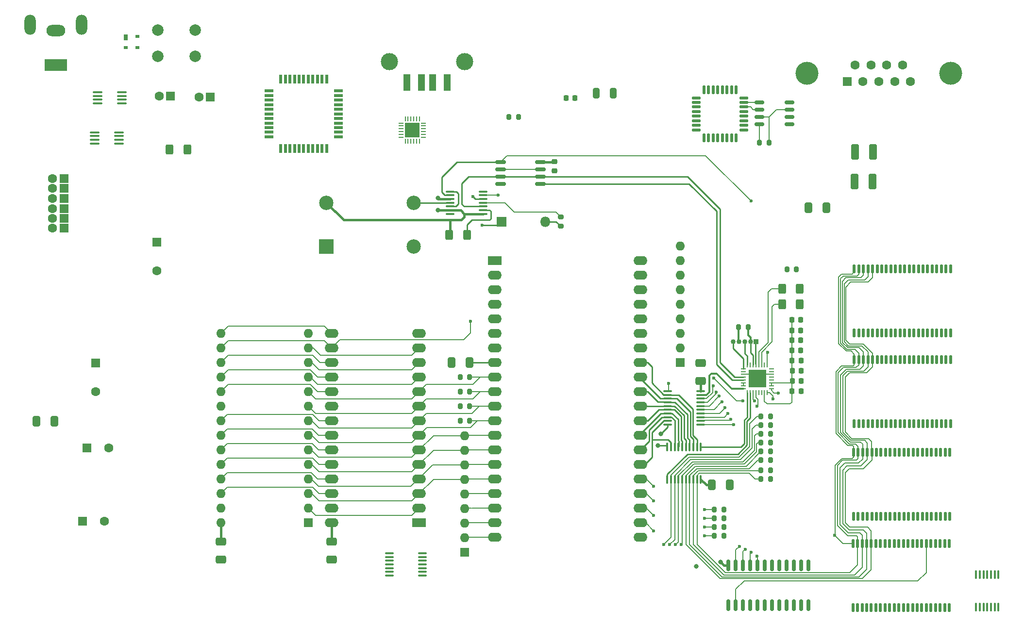
<source format=gbr>
%TF.GenerationSoftware,KiCad,Pcbnew,6.0.4-1.fc35*%
%TF.CreationDate,2022-04-12T19:23:18+05:30*%
%TF.ProjectId,8puter,38707574-6572-42e6-9b69-6361645f7063,rev?*%
%TF.SameCoordinates,Original*%
%TF.FileFunction,Copper,L1,Top*%
%TF.FilePolarity,Positive*%
%FSLAX46Y46*%
G04 Gerber Fmt 4.6, Leading zero omitted, Abs format (unit mm)*
G04 Created by KiCad (PCBNEW 6.0.4-1.fc35) date 2022-04-12 19:23:18*
%MOMM*%
%LPD*%
G01*
G04 APERTURE LIST*
G04 Aperture macros list*
%AMRoundRect*
0 Rectangle with rounded corners*
0 $1 Rounding radius*
0 $2 $3 $4 $5 $6 $7 $8 $9 X,Y pos of 4 corners*
0 Add a 4 corners polygon primitive as box body*
4,1,4,$2,$3,$4,$5,$6,$7,$8,$9,$2,$3,0*
0 Add four circle primitives for the rounded corners*
1,1,$1+$1,$2,$3*
1,1,$1+$1,$4,$5*
1,1,$1+$1,$6,$7*
1,1,$1+$1,$8,$9*
0 Add four rect primitives between the rounded corners*
20,1,$1+$1,$2,$3,$4,$5,0*
20,1,$1+$1,$4,$5,$6,$7,0*
20,1,$1+$1,$6,$7,$8,$9,0*
20,1,$1+$1,$8,$9,$2,$3,0*%
G04 Aperture macros list end*
%TA.AperFunction,SMDPad,CuDef*%
%ADD10RoundRect,0.200000X-0.200000X-0.275000X0.200000X-0.275000X0.200000X0.275000X-0.200000X0.275000X0*%
%TD*%
%TA.AperFunction,SMDPad,CuDef*%
%ADD11RoundRect,0.225000X0.225000X0.250000X-0.225000X0.250000X-0.225000X-0.250000X0.225000X-0.250000X0*%
%TD*%
%TA.AperFunction,ComponentPad*%
%ADD12R,1.600000X1.600000*%
%TD*%
%TA.AperFunction,ComponentPad*%
%ADD13C,1.600000*%
%TD*%
%TA.AperFunction,ComponentPad*%
%ADD14R,0.850000X0.850000*%
%TD*%
%TA.AperFunction,ComponentPad*%
%ADD15O,0.850000X0.850000*%
%TD*%
%TA.AperFunction,SMDPad,CuDef*%
%ADD16RoundRect,0.062500X-0.375000X-0.062500X0.375000X-0.062500X0.375000X0.062500X-0.375000X0.062500X0*%
%TD*%
%TA.AperFunction,SMDPad,CuDef*%
%ADD17RoundRect,0.062500X-0.062500X-0.375000X0.062500X-0.375000X0.062500X0.375000X-0.062500X0.375000X0*%
%TD*%
%TA.AperFunction,SMDPad,CuDef*%
%ADD18R,3.100000X3.100000*%
%TD*%
%TA.AperFunction,SMDPad,CuDef*%
%ADD19RoundRect,0.100000X-0.712500X-0.100000X0.712500X-0.100000X0.712500X0.100000X-0.712500X0.100000X0*%
%TD*%
%TA.AperFunction,SMDPad,CuDef*%
%ADD20RoundRect,0.200000X0.200000X0.275000X-0.200000X0.275000X-0.200000X-0.275000X0.200000X-0.275000X0*%
%TD*%
%TA.AperFunction,SMDPad,CuDef*%
%ADD21R,1.250000X3.000000*%
%TD*%
%TA.AperFunction,ComponentPad*%
%ADD22C,3.000000*%
%TD*%
%TA.AperFunction,SMDPad,CuDef*%
%ADD23R,0.700000X1.000000*%
%TD*%
%TA.AperFunction,SMDPad,CuDef*%
%ADD24R,0.700000X0.600000*%
%TD*%
%TA.AperFunction,SMDPad,CuDef*%
%ADD25RoundRect,0.137500X-0.137500X0.625000X-0.137500X-0.625000X0.137500X-0.625000X0.137500X0.625000X0*%
%TD*%
%TA.AperFunction,SMDPad,CuDef*%
%ADD26RoundRect,0.100000X0.637500X0.100000X-0.637500X0.100000X-0.637500X-0.100000X0.637500X-0.100000X0*%
%TD*%
%TA.AperFunction,ComponentPad*%
%ADD27R,1.800000X1.800000*%
%TD*%
%TA.AperFunction,ComponentPad*%
%ADD28O,1.800000X1.800000*%
%TD*%
%TA.AperFunction,ComponentPad*%
%ADD29R,4.000000X2.000000*%
%TD*%
%TA.AperFunction,ComponentPad*%
%ADD30O,3.300000X2.000000*%
%TD*%
%TA.AperFunction,ComponentPad*%
%ADD31O,2.000000X3.500000*%
%TD*%
%TA.AperFunction,SMDPad,CuDef*%
%ADD32RoundRect,0.125000X-0.625000X-0.125000X0.625000X-0.125000X0.625000X0.125000X-0.625000X0.125000X0*%
%TD*%
%TA.AperFunction,SMDPad,CuDef*%
%ADD33RoundRect,0.125000X-0.125000X-0.625000X0.125000X-0.625000X0.125000X0.625000X-0.125000X0.625000X0*%
%TD*%
%TA.AperFunction,ComponentPad*%
%ADD34O,1.600000X1.600000*%
%TD*%
%TA.AperFunction,SMDPad,CuDef*%
%ADD35RoundRect,0.100000X0.100000X-0.637500X0.100000X0.637500X-0.100000X0.637500X-0.100000X-0.637500X0*%
%TD*%
%TA.AperFunction,SMDPad,CuDef*%
%ADD36RoundRect,0.250000X0.400000X0.625000X-0.400000X0.625000X-0.400000X-0.625000X0.400000X-0.625000X0*%
%TD*%
%TA.AperFunction,SMDPad,CuDef*%
%ADD37RoundRect,0.250000X-0.325000X-0.650000X0.325000X-0.650000X0.325000X0.650000X-0.325000X0.650000X0*%
%TD*%
%TA.AperFunction,SMDPad,CuDef*%
%ADD38RoundRect,0.250000X0.412500X0.650000X-0.412500X0.650000X-0.412500X-0.650000X0.412500X-0.650000X0*%
%TD*%
%TA.AperFunction,SMDPad,CuDef*%
%ADD39RoundRect,0.150000X0.150000X-0.837500X0.150000X0.837500X-0.150000X0.837500X-0.150000X-0.837500X0*%
%TD*%
%TA.AperFunction,SMDPad,CuDef*%
%ADD40RoundRect,0.100000X-0.637500X-0.100000X0.637500X-0.100000X0.637500X0.100000X-0.637500X0.100000X0*%
%TD*%
%TA.AperFunction,SMDPad,CuDef*%
%ADD41RoundRect,0.100000X-0.100000X0.637500X-0.100000X-0.637500X0.100000X-0.637500X0.100000X0.637500X0*%
%TD*%
%TA.AperFunction,ComponentPad*%
%ADD42R,2.400000X1.600000*%
%TD*%
%TA.AperFunction,ComponentPad*%
%ADD43O,2.400000X1.600000*%
%TD*%
%TA.AperFunction,SMDPad,CuDef*%
%ADD44RoundRect,0.150000X0.675000X0.150000X-0.675000X0.150000X-0.675000X-0.150000X0.675000X-0.150000X0*%
%TD*%
%TA.AperFunction,SMDPad,CuDef*%
%ADD45RoundRect,0.250000X-0.400000X-0.625000X0.400000X-0.625000X0.400000X0.625000X-0.400000X0.625000X0*%
%TD*%
%TA.AperFunction,SMDPad,CuDef*%
%ADD46R,1.500000X0.520000*%
%TD*%
%TA.AperFunction,SMDPad,CuDef*%
%ADD47R,0.520000X1.500000*%
%TD*%
%TA.AperFunction,SMDPad,CuDef*%
%ADD48RoundRect,0.250000X0.412500X1.100000X-0.412500X1.100000X-0.412500X-1.100000X0.412500X-1.100000X0*%
%TD*%
%TA.AperFunction,SMDPad,CuDef*%
%ADD49RoundRect,0.250000X-0.412500X-0.650000X0.412500X-0.650000X0.412500X0.650000X-0.412500X0.650000X0*%
%TD*%
%TA.AperFunction,ComponentPad*%
%ADD50R,2.500000X2.500000*%
%TD*%
%TA.AperFunction,ComponentPad*%
%ADD51C,2.500000*%
%TD*%
%TA.AperFunction,SMDPad,CuDef*%
%ADD52RoundRect,0.200000X-0.275000X0.200000X-0.275000X-0.200000X0.275000X-0.200000X0.275000X0.200000X0*%
%TD*%
%TA.AperFunction,SMDPad,CuDef*%
%ADD53RoundRect,0.250000X0.650000X-0.412500X0.650000X0.412500X-0.650000X0.412500X-0.650000X-0.412500X0*%
%TD*%
%TA.AperFunction,SMDPad,CuDef*%
%ADD54RoundRect,0.250000X-0.650000X0.412500X-0.650000X-0.412500X0.650000X-0.412500X0.650000X0.412500X0*%
%TD*%
%TA.AperFunction,SMDPad,CuDef*%
%ADD55RoundRect,0.225000X-0.225000X-0.250000X0.225000X-0.250000X0.225000X0.250000X-0.225000X0.250000X0*%
%TD*%
%TA.AperFunction,ComponentPad*%
%ADD56C,2.000000*%
%TD*%
%TA.AperFunction,SMDPad,CuDef*%
%ADD57RoundRect,0.225000X-0.250000X0.225000X-0.250000X-0.225000X0.250000X-0.225000X0.250000X0.225000X0*%
%TD*%
%TA.AperFunction,SMDPad,CuDef*%
%ADD58RoundRect,0.062500X-0.350000X-0.062500X0.350000X-0.062500X0.350000X0.062500X-0.350000X0.062500X0*%
%TD*%
%TA.AperFunction,SMDPad,CuDef*%
%ADD59RoundRect,0.062500X-0.062500X-0.350000X0.062500X-0.350000X0.062500X0.350000X-0.062500X0.350000X0*%
%TD*%
%TA.AperFunction,SMDPad,CuDef*%
%ADD60R,2.600000X2.600000*%
%TD*%
%TA.AperFunction,SMDPad,CuDef*%
%ADD61RoundRect,0.150000X-0.800000X-0.150000X0.800000X-0.150000X0.800000X0.150000X-0.800000X0.150000X0*%
%TD*%
%TA.AperFunction,ComponentPad*%
%ADD62C,4.000000*%
%TD*%
%TA.AperFunction,ViaPad*%
%ADD63C,0.600000*%
%TD*%
%TA.AperFunction,ViaPad*%
%ADD64C,0.800000*%
%TD*%
%TA.AperFunction,Conductor*%
%ADD65C,0.200000*%
%TD*%
%TA.AperFunction,Conductor*%
%ADD66C,0.300000*%
%TD*%
%TA.AperFunction,Conductor*%
%ADD67C,0.250000*%
%TD*%
%TA.AperFunction,Conductor*%
%ADD68C,0.150000*%
%TD*%
%TA.AperFunction,Conductor*%
%ADD69C,0.400000*%
%TD*%
G04 APERTURE END LIST*
D10*
%TO.P,R9,1*%
%TO.N,Net-(U15-Pad26)*%
X193583000Y-81435000D03*
%TO.P,R9,2*%
%TO.N,+3V3*%
X195233000Y-81435000D03*
%TD*%
D11*
%TO.P,C30,1*%
%TO.N,GND*%
X195958000Y-92115000D03*
%TO.P,C30,2*%
%TO.N,+3V3*%
X194408000Y-92115000D03*
%TD*%
%TO.P,C29,1*%
%TO.N,GND*%
X195958000Y-93835000D03*
%TO.P,C29,2*%
%TO.N,+3V3*%
X194408000Y-93835000D03*
%TD*%
%TO.P,C28,1*%
%TO.N,GND*%
X195983000Y-95635000D03*
%TO.P,C28,2*%
%TO.N,+3V3*%
X194433000Y-95635000D03*
%TD*%
%TO.P,C27,1*%
%TO.N,GND*%
X196033000Y-97335000D03*
%TO.P,C27,2*%
%TO.N,+3V3*%
X194483000Y-97335000D03*
%TD*%
%TO.P,C26,1*%
%TO.N,GND*%
X196058000Y-99135000D03*
%TO.P,C26,2*%
%TO.N,+3V3*%
X194508000Y-99135000D03*
%TD*%
%TO.P,C31,1*%
%TO.N,GND*%
X195958000Y-90235000D03*
%TO.P,C31,2*%
%TO.N,+3V3*%
X194408000Y-90235000D03*
%TD*%
%TO.P,C24,1*%
%TO.N,GND*%
X196033000Y-102735000D03*
%TO.P,C24,2*%
%TO.N,+3V3*%
X194483000Y-102735000D03*
%TD*%
%TO.P,C25,1*%
%TO.N,GND*%
X196058000Y-100935000D03*
%TO.P,C25,2*%
%TO.N,+3V3*%
X194508000Y-100935000D03*
%TD*%
D12*
%TO.P,C5,1*%
%TO.N,/Power/PWR*%
X67508000Y-74235000D03*
D13*
%TO.P,C5,2*%
%TO.N,GND*%
X65508000Y-74235000D03*
%TD*%
D12*
%TO.P,C6,1*%
%TO.N,Net-(PWREG1-Pad1)*%
X67508000Y-72535000D03*
D13*
%TO.P,C6,2*%
%TO.N,GND*%
X65508000Y-72535000D03*
%TD*%
D12*
%TO.P,C7,1*%
%TO.N,Net-(PWREG1-Pad1)*%
X67508000Y-70835000D03*
D13*
%TO.P,C7,2*%
%TO.N,GND*%
X65508000Y-70835000D03*
%TD*%
D12*
%TO.P,C8,1*%
%TO.N,Net-(C17-Pad1)*%
X67508000Y-69135000D03*
D13*
%TO.P,C8,2*%
%TO.N,GND*%
X65508000Y-69135000D03*
%TD*%
D12*
%TO.P,C19,1*%
%TO.N,Net-(PWREG1-Pad1)*%
X67508000Y-67335000D03*
D13*
%TO.P,C19,2*%
%TO.N,GND*%
X65508000Y-67335000D03*
%TD*%
D12*
%TO.P,C20,1*%
%TO.N,Net-(C17-Pad1)*%
X67508000Y-65635000D03*
D13*
%TO.P,C20,2*%
%TO.N,GND*%
X65508000Y-65635000D03*
%TD*%
D14*
%TO.P,J4,1,Pin_1*%
%TO.N,/Bus Control/XO2_TMS*%
X188208000Y-94035000D03*
D15*
%TO.P,J4,2,Pin_2*%
%TO.N,/Bus Control/XO2_TCK*%
X187208000Y-94035000D03*
%TO.P,J4,3,Pin_3*%
%TO.N,/Bus Control/XO2_TDI*%
X186208000Y-94035000D03*
%TO.P,J4,4,Pin_4*%
%TO.N,GND*%
X185208000Y-94035000D03*
%TO.P,J4,5,Pin_5*%
%TO.N,/Bus Control/XO2_TDO*%
X184208000Y-94035000D03*
%TD*%
D16*
%TO.P,U15,1,PT6C/TDO*%
%TO.N,/Bus Control/XO2_TDO*%
X185970500Y-98785000D03*
%TO.P,U15,2,VCC*%
%TO.N,+3V3*%
X185970500Y-99285000D03*
%TO.P,U15,3,GND*%
%TO.N,GND*%
X185970500Y-99785000D03*
%TO.P,U15,4,PL5C*%
%TO.N,/Bus Control/CLK=*%
X185970500Y-100285000D03*
%TO.P,U15,5,PL5D*%
%TO.N,/Bus Control/CLK+*%
X185970500Y-100785000D03*
%TO.P,U15,6,VCCIO3*%
%TO.N,+3V3*%
X185970500Y-101285000D03*
%TO.P,U15,7,VCCIO2*%
X185970500Y-101785000D03*
%TO.P,U15,8,PB2A/CS*%
%TO.N,/Bus Control/DATA_BUS_EN*%
X185970500Y-102285000D03*
D17*
%TO.P,U15,9,PB2C/SCLK*%
%TO.N,/Bus Control/~{LATCH_OE}*%
X186658000Y-102972500D03*
%TO.P,U15,10,PB2D/SPISO*%
%TO.N,/Bus Control/LATCH_ADDR*%
X187158000Y-102972500D03*
%TO.P,U15,11,PB4A*%
%TO.N,/Bus Control/CPU_W~{R}*%
X187658000Y-102972500D03*
%TO.P,U15,12,PB4B*%
%TO.N,CLOCK*%
X188158000Y-102972500D03*
%TO.P,U15,13,PB4C*%
%TO.N,BE*%
X188658000Y-102972500D03*
%TO.P,U15,14,PB4D*%
%TO.N,CPU_R~{W}*%
X189158000Y-102972500D03*
%TO.P,U15,15,VCCIO2*%
%TO.N,+3V3*%
X189658000Y-102972500D03*
%TO.P,U15,16,PB9A/SN*%
%TO.N,VPA*%
X190158000Y-102972500D03*
D16*
%TO.P,U15,17,PB9B/SI*%
%TO.N,VDA*%
X190845500Y-102285000D03*
%TO.P,U15,18,VCC*%
%TO.N,+3V3*%
X190845500Y-101785000D03*
%TO.P,U15,19,VCCIO1*%
X190845500Y-101285000D03*
%TO.P,U15,20,PR5B*%
%TO.N,/Bus Control/BUS_OPCODE*%
X190845500Y-100785000D03*
%TO.P,U15,21,PR5A*%
%TO.N,VA*%
X190845500Y-100285000D03*
%TO.P,U15,22,GND*%
%TO.N,GND*%
X190845500Y-99785000D03*
%TO.P,U15,23,PT9D/DONE*%
%TO.N,/Bus Control/~{WAIT}*%
X190845500Y-99285000D03*
%TO.P,U15,24,VCCIO0*%
%TO.N,+3V3*%
X190845500Y-98785000D03*
D17*
%TO.P,U15,25,PT9B/PROGRAMN*%
%TO.N,/Bus Control/~{RDY_R}*%
X190158000Y-98097500D03*
%TO.P,U15,26,PT9A/JTAGENB*%
%TO.N,Net-(U15-Pad26)*%
X189658000Y-98097500D03*
%TO.P,U15,27,PT8D/SDA*%
%TO.N,~{WRITE}*%
X189158000Y-98097500D03*
%TO.P,U15,28,PT8C/SCL*%
%TO.N,~{READ}*%
X188658000Y-98097500D03*
%TO.P,U15,29,PT7B/TMS*%
%TO.N,/Bus Control/XO2_TMS*%
X188158000Y-98097500D03*
%TO.P,U15,30,PT7A/TCK*%
%TO.N,/Bus Control/XO2_TCK*%
X187658000Y-98097500D03*
%TO.P,U15,31,VCCIO0*%
%TO.N,+3V3*%
X187158000Y-98097500D03*
%TO.P,U15,32,PT6D/TDI*%
%TO.N,/Bus Control/XO2_TDI*%
X186658000Y-98097500D03*
D18*
%TO.P,U15,33,GND*%
%TO.N,GND*%
X188408000Y-100535000D03*
%TD*%
D19*
%TO.P,PWREG1,1,OUT*%
%TO.N,Net-(PWREG1-Pad1)*%
X72895500Y-57560000D03*
%TO.P,PWREG1,2,SENSE*%
%TO.N,unconnected-(PWREG1-Pad2)*%
X72895500Y-58210000D03*
%TO.P,PWREG1,3,BYP*%
%TO.N,unconnected-(PWREG1-Pad3)*%
X72895500Y-58860000D03*
%TO.P,PWREG1,4,GND*%
%TO.N,unconnected-(PWREG1-Pad4)*%
X72895500Y-59510000D03*
%TO.P,PWREG1,5,~{SHDN}*%
%TO.N,unconnected-(PWREG1-Pad5)*%
X77120500Y-59510000D03*
%TO.P,PWREG1,6,NC*%
%TO.N,unconnected-(PWREG1-Pad6)*%
X77120500Y-58860000D03*
%TO.P,PWREG1,7,NC*%
%TO.N,unconnected-(PWREG1-Pad7)*%
X77120500Y-58210000D03*
%TO.P,PWREG1,8,IN*%
%TO.N,/Power/PWR*%
X77120500Y-57560000D03*
%TD*%
D20*
%TO.P,R8,1*%
%TO.N,/Bus Control/XO2_TCK*%
X186808000Y-91535000D03*
%TO.P,R8,2*%
%TO.N,GND*%
X185158000Y-91535000D03*
%TD*%
%TO.P,R21,1*%
%TO.N,GND*%
X182563000Y-124923000D03*
%TO.P,R21,2*%
%TO.N,ADDR14*%
X180913000Y-124923000D03*
%TD*%
D21*
%TO.P,J3,1,VBUS*%
%TO.N,unconnected-(J3-Pad1)*%
X134308000Y-48865000D03*
%TO.P,J3,2,D-*%
%TO.N,unconnected-(J3-Pad2)*%
X131808000Y-48865000D03*
%TO.P,J3,3,D+*%
%TO.N,unconnected-(J3-Pad3)*%
X129808000Y-48865000D03*
%TO.P,J3,4,GND*%
%TO.N,unconnected-(J3-Pad4)*%
X127308000Y-48865000D03*
D22*
%TO.P,J3,5,Shield*%
%TO.N,unconnected-(J3-Pad5)*%
X137378000Y-45185000D03*
X124238000Y-45185000D03*
%TD*%
D23*
%TO.P,U6,1,GND*%
%TO.N,GND*%
X78281000Y-41028000D03*
D24*
%TO.P,U6,2,~{RESET}*%
%TO.N,RESET*%
X78281000Y-42728000D03*
%TO.P,U6,3,~{MR}*%
%TO.N,Net-(C11-Pad1)*%
X80281000Y-42728000D03*
%TO.P,U6,4,VCC*%
%TO.N,+5V*%
X80281000Y-40828000D03*
%TD*%
D25*
%TO.P,ERAM2,1,A4*%
%TO.N,ADDR4*%
X222103000Y-97237500D03*
%TO.P,ERAM2,2,A3*%
%TO.N,ADDR3*%
X221303000Y-97237500D03*
%TO.P,ERAM2,3,A2*%
%TO.N,ADDR2*%
X220503000Y-97237500D03*
%TO.P,ERAM2,4,A1*%
%TO.N,ADDR1*%
X219703000Y-97237500D03*
%TO.P,ERAM2,5,A0*%
%TO.N,ADDR0*%
X218903000Y-97237500D03*
%TO.P,ERAM2,6,~{CS1}*%
%TO.N,/Memory Unit/~{ERAM_CS2}*%
X218103000Y-97237500D03*
%TO.P,ERAM2,7*%
%TO.N,N/C*%
X217303000Y-97237500D03*
%TO.P,ERAM2,8*%
X216503000Y-97237500D03*
%TO.P,ERAM2,9,IO0*%
%TO.N,DATA0*%
X215703000Y-97237500D03*
%TO.P,ERAM2,10,IO1*%
%TO.N,DATA1*%
X214903000Y-97237500D03*
%TO.P,ERAM2,11*%
%TO.N,N/C*%
X214103000Y-97237500D03*
%TO.P,ERAM2,12*%
X213303000Y-97237500D03*
%TO.P,ERAM2,13,IO2*%
%TO.N,DATA2*%
X212503000Y-97237500D03*
%TO.P,ERAM2,14,IO3*%
%TO.N,DATA3*%
X211703000Y-97237500D03*
%TO.P,ERAM2,15*%
%TO.N,N/C*%
X210903000Y-97237500D03*
%TO.P,ERAM2,16*%
X210103000Y-97237500D03*
%TO.P,ERAM2,17,~{WE}*%
%TO.N,~{WRITE}*%
X209303000Y-97237500D03*
%TO.P,ERAM2,18,A19*%
%TO.N,ADDR19*%
X208503000Y-97237500D03*
%TO.P,ERAM2,19,A18*%
%TO.N,ADDR18*%
X207703000Y-97237500D03*
%TO.P,ERAM2,20,A17*%
%TO.N,ADDR17*%
X206903000Y-97237500D03*
%TO.P,ERAM2,21,A16*%
%TO.N,ADDR16*%
X206103000Y-97237500D03*
%TO.P,ERAM2,22,A15*%
%TO.N,ADDR15*%
X205303000Y-97237500D03*
%TO.P,ERAM2,23,A14*%
%TO.N,ADDR14*%
X205303000Y-108412500D03*
%TO.P,ERAM2,24,A13*%
%TO.N,ADDR13*%
X206103000Y-108412500D03*
%TO.P,ERAM2,25,A12*%
%TO.N,ADDR12*%
X206903000Y-108412500D03*
%TO.P,ERAM2,26,A11*%
%TO.N,ADDR11*%
X207703000Y-108412500D03*
%TO.P,ERAM2,27,A10*%
%TO.N,ADDR10*%
X208503000Y-108412500D03*
%TO.P,ERAM2,28,A9*%
%TO.N,ADDR9*%
X209303000Y-108412500D03*
%TO.P,ERAM2,29*%
%TO.N,N/C*%
X210103000Y-108412500D03*
%TO.P,ERAM2,30*%
X210903000Y-108412500D03*
%TO.P,ERAM2,31,IO4*%
%TO.N,DATA4*%
X211703000Y-108412500D03*
%TO.P,ERAM2,32,IO5*%
%TO.N,DATA5*%
X212503000Y-108412500D03*
%TO.P,ERAM2,33,VCC*%
%TO.N,+5V*%
X213303000Y-108412500D03*
%TO.P,ERAM2,34,VSS*%
%TO.N,GND*%
X214103000Y-108412500D03*
%TO.P,ERAM2,35,IO6*%
%TO.N,DATA6*%
X214903000Y-108412500D03*
%TO.P,ERAM2,36,IO7*%
%TO.N,DATA7*%
X215703000Y-108412500D03*
%TO.P,ERAM2,37*%
%TO.N,N/C*%
X216503000Y-108412500D03*
%TO.P,ERAM2,38*%
X217303000Y-108412500D03*
%TO.P,ERAM2,39,A8*%
%TO.N,ADDR8*%
X218103000Y-108412500D03*
%TO.P,ERAM2,40,CS2*%
%TO.N,Net-(ERAM2-Pad40)*%
X218903000Y-108412500D03*
%TO.P,ERAM2,41,~{OE}*%
%TO.N,~{READ}*%
X219703000Y-108412500D03*
%TO.P,ERAM2,42,A7*%
%TO.N,ADDR7*%
X220503000Y-108412500D03*
%TO.P,ERAM2,43,A6*%
%TO.N,ADDR6*%
X221303000Y-108412500D03*
%TO.P,ERAM2,44,A5*%
%TO.N,ADDR5*%
X222103000Y-108412500D03*
%TD*%
D26*
%TO.P,U2,1,~{R}*%
%TO.N,+5V*%
X140570500Y-71785000D03*
%TO.P,U2,2,D*%
%TO.N,Net-(R3-Pad2)*%
X140570500Y-71135000D03*
%TO.P,U2,3,C*%
%TO.N,/Bus Control/CLK=*%
X140570500Y-70485000D03*
%TO.P,U2,4,~{S}*%
%TO.N,+5V*%
X140570500Y-69835000D03*
%TO.P,U2,5,Q*%
%TO.N,/Bus Control/RDY_R*%
X140570500Y-69185000D03*
%TO.P,U2,6,~{Q}*%
%TO.N,/Bus Control/~{RDY_R}*%
X140570500Y-68535000D03*
%TO.P,U2,7*%
%TO.N,N/C*%
X140570500Y-67885000D03*
%TO.P,U2,8,~{Q}*%
%TO.N,~{CLOCK}*%
X134845500Y-67885000D03*
%TO.P,U2,9,Q*%
%TO.N,CLOCK*%
X134845500Y-68535000D03*
%TO.P,U2,10,~{S}*%
%TO.N,+5V*%
X134845500Y-69185000D03*
%TO.P,U2,11,C*%
%TO.N,/Clock/CRYSTAL*%
X134845500Y-69835000D03*
%TO.P,U2,12,D*%
%TO.N,~{CLOCK}*%
X134845500Y-70485000D03*
%TO.P,U2,13,~{R}*%
%TO.N,+5V*%
X134845500Y-71135000D03*
%TO.P,U2,14*%
%TO.N,N/C*%
X134845500Y-71785000D03*
%TD*%
D27*
%TO.P,D1,1,K*%
%TO.N,/Bus Control/RDY_R*%
X143798000Y-73135000D03*
D28*
%TO.P,D1,2,A*%
%TO.N,RDY*%
X151418000Y-73135000D03*
%TD*%
D20*
%TO.P,R20,1*%
%TO.N,GND*%
X182563000Y-123399000D03*
%TO.P,R20,2*%
%TO.N,ADDR15*%
X180913000Y-123399000D03*
%TD*%
D29*
%TO.P,J1,1*%
%TO.N,/Power/PWR*%
X66103000Y-45796000D03*
D30*
%TO.P,J1,2*%
%TO.N,GND*%
X66103000Y-39796000D03*
D31*
%TO.P,J1,MP*%
%TO.N,N/C*%
X70603000Y-38796000D03*
X61603000Y-38796000D03*
%TD*%
D20*
%TO.P,R17,1*%
%TO.N,GND*%
X190691000Y-114763000D03*
%TO.P,R17,2*%
%TO.N,ADDR18*%
X189041000Y-114763000D03*
%TD*%
D32*
%TO.P,U7,1,NRST*%
%TO.N,unconnected-(U7-Pad1)*%
X177733000Y-51535000D03*
%TO.P,U7,2,PA1*%
%TO.N,/Memory Unit/~{VID_CS}*%
X177733000Y-52335000D03*
%TO.P,U7,3,PA2*%
%TO.N,unconnected-(U7-Pad3)*%
X177733000Y-53135000D03*
%TO.P,U7,4,VSS*%
%TO.N,GND*%
X177733000Y-53935000D03*
%TO.P,U7,5,VCAP*%
%TO.N,unconnected-(U7-Pad5)*%
X177733000Y-54735000D03*
%TO.P,U7,6,VDD*%
%TO.N,+5V*%
X177733000Y-55535000D03*
%TO.P,U7,7,PA3*%
%TO.N,unconnected-(U7-Pad7)*%
X177733000Y-56335000D03*
%TO.P,U7,8,PF4*%
%TO.N,unconnected-(U7-Pad8)*%
X177733000Y-57135000D03*
D33*
%TO.P,U7,9,PB7*%
%TO.N,unconnected-(U7-Pad9)*%
X179108000Y-58510000D03*
%TO.P,U7,10,PB6*%
%TO.N,unconnected-(U7-Pad10)*%
X179908000Y-58510000D03*
%TO.P,U7,11,PB5*%
%TO.N,unconnected-(U7-Pad11)*%
X180708000Y-58510000D03*
%TO.P,U7,12,PB4*%
%TO.N,unconnected-(U7-Pad12)*%
X181508000Y-58510000D03*
%TO.P,U7,13,PB3*%
%TO.N,unconnected-(U7-Pad13)*%
X182308000Y-58510000D03*
%TO.P,U7,14,PB2*%
%TO.N,unconnected-(U7-Pad14)*%
X183108000Y-58510000D03*
%TO.P,U7,15,PB1*%
%TO.N,unconnected-(U7-Pad15)*%
X183908000Y-58510000D03*
%TO.P,U7,16,PB0*%
%TO.N,unconnected-(U7-Pad16)*%
X184708000Y-58510000D03*
D32*
%TO.P,U7,17,PE5*%
%TO.N,unconnected-(U7-Pad17)*%
X186083000Y-57135000D03*
%TO.P,U7,18,PC1*%
%TO.N,unconnected-(U7-Pad18)*%
X186083000Y-56335000D03*
%TO.P,U7,19,PC2*%
%TO.N,unconnected-(U7-Pad19)*%
X186083000Y-55535000D03*
%TO.P,U7,20,PC3*%
%TO.N,unconnected-(U7-Pad20)*%
X186083000Y-54735000D03*
%TO.P,U7,21,PC4*%
%TO.N,unconnected-(U7-Pad21)*%
X186083000Y-53935000D03*
%TO.P,U7,22,PC5*%
%TO.N,Net-(U13-Pad6)*%
X186083000Y-53135000D03*
%TO.P,U7,23,PC6*%
%TO.N,Net-(U13-Pad5)*%
X186083000Y-52335000D03*
%TO.P,U7,24,PC7*%
%TO.N,Net-(U13-Pad2)*%
X186083000Y-51535000D03*
D33*
%TO.P,U7,25,PD0*%
%TO.N,DATA0*%
X184708000Y-50160000D03*
%TO.P,U7,26,PD1*%
%TO.N,DATA1*%
X183908000Y-50160000D03*
%TO.P,U7,27,PD2*%
%TO.N,DATA2*%
X183108000Y-50160000D03*
%TO.P,U7,28,PD3*%
%TO.N,DATA3*%
X182308000Y-50160000D03*
%TO.P,U7,29,PD4*%
%TO.N,DATA4*%
X181508000Y-50160000D03*
%TO.P,U7,30,PD5*%
%TO.N,DATA5*%
X180708000Y-50160000D03*
%TO.P,U7,31,PD6*%
%TO.N,DATA6*%
X179908000Y-50160000D03*
%TO.P,U7,32,PD7*%
%TO.N,DATA7*%
X179108000Y-50160000D03*
%TD*%
D10*
%TO.P,R35,1*%
%TO.N,GND*%
X136590000Y-100285000D03*
%TO.P,R35,2*%
%TO.N,ADDR0*%
X138240000Y-100285000D03*
%TD*%
D12*
%TO.P,C14,1*%
%TO.N,+5V*%
X70715349Y-125431000D03*
D13*
%TO.P,C14,2*%
%TO.N,GND*%
X74515349Y-125431000D03*
%TD*%
D12*
%TO.P,RP2,1,common*%
%TO.N,GND*%
X137415000Y-130780000D03*
D34*
%TO.P,RP2,2,R1*%
%TO.N,ADDR11*%
X137415000Y-128240000D03*
%TO.P,RP2,3,R2*%
%TO.N,ADDR10*%
X137415000Y-125700000D03*
%TO.P,RP2,4,R3*%
%TO.N,ADDR9*%
X137415000Y-123160000D03*
%TO.P,RP2,5,R4*%
%TO.N,ADDR8*%
X137415000Y-120620000D03*
%TO.P,RP2,6,R5*%
%TO.N,ADDR7*%
X137415000Y-118080000D03*
%TO.P,RP2,7,R6*%
%TO.N,ADDR6*%
X137415000Y-115540000D03*
%TO.P,RP2,8,R7*%
%TO.N,ADDR5*%
X137415000Y-113000000D03*
%TO.P,RP2,9,R8*%
%TO.N,ADDR4*%
X137415000Y-110460000D03*
%TD*%
D35*
%TO.P,U11,1*%
%TO.N,/Memory Unit/~{ERAM_CS0}*%
X226558000Y-140397500D03*
%TO.P,U11,2*%
%TO.N,Net-(ERAM0-Pad40)*%
X227208000Y-140397500D03*
%TO.P,U11,3*%
%TO.N,/Memory Unit/~{ERAM_CS2}*%
X227858000Y-140397500D03*
%TO.P,U11,4*%
%TO.N,Net-(ERAM2-Pad40)*%
X228508000Y-140397500D03*
%TO.P,U11,5*%
%TO.N,/Memory Unit/~{ERAM_CS3}*%
X229158000Y-140397500D03*
%TO.P,U11,6*%
%TO.N,Net-(ERAM3-Pad40)*%
X229808000Y-140397500D03*
%TO.P,U11,7,GND*%
%TO.N,GND*%
X230458000Y-140397500D03*
%TO.P,U11,8*%
%TO.N,Net-(ERAM1-Pad40)*%
X230458000Y-134672500D03*
%TO.P,U11,9*%
%TO.N,/Memory Unit/~{ERAM_CS1}*%
X229808000Y-134672500D03*
%TO.P,U11,10*%
%TO.N,unconnected-(U11-Pad10)*%
X229158000Y-134672500D03*
%TO.P,U11,11*%
%TO.N,unconnected-(U11-Pad11)*%
X228508000Y-134672500D03*
%TO.P,U11,12*%
%TO.N,unconnected-(U11-Pad12)*%
X227858000Y-134672500D03*
%TO.P,U11,13*%
%TO.N,unconnected-(U11-Pad13)*%
X227208000Y-134672500D03*
%TO.P,U11,14,VCC*%
%TO.N,+5V*%
X226558000Y-134672500D03*
%TD*%
D36*
%TO.P,R4,1*%
%TO.N,+5V*%
X195808000Y-84835000D03*
%TO.P,R4,2*%
%TO.N,~{READ}*%
X192708000Y-84835000D03*
%TD*%
D37*
%TO.P,C23,1*%
%TO.N,+5V*%
X160333000Y-50735000D03*
%TO.P,C23,2*%
%TO.N,GND*%
X163283000Y-50735000D03*
%TD*%
D20*
%TO.P,R18,1*%
%TO.N,GND*%
X190691000Y-116535000D03*
%TO.P,R18,2*%
%TO.N,ADDR17*%
X189041000Y-116535000D03*
%TD*%
%TO.P,R12,1*%
%TO.N,GND*%
X190691000Y-107143000D03*
%TO.P,R12,2*%
%TO.N,ADDR23*%
X189041000Y-107143000D03*
%TD*%
%TO.P,R22,1*%
%TO.N,GND*%
X182563000Y-126447000D03*
%TO.P,R22,2*%
%TO.N,ADDR13*%
X180913000Y-126447000D03*
%TD*%
D10*
%TO.P,R6,1*%
%TO.N,+5V*%
X145083000Y-54835000D03*
%TO.P,R6,2*%
%TO.N,Net-(CPU1-Pad3)*%
X146733000Y-54835000D03*
%TD*%
D38*
%TO.P,C4,1*%
%TO.N,+5V*%
X138215500Y-97745000D03*
%TO.P,C4,2*%
%TO.N,GND*%
X135090500Y-97745000D03*
%TD*%
D12*
%TO.P,C13,1*%
%TO.N,+5V*%
X71477349Y-112604000D03*
D13*
%TO.P,C13,2*%
%TO.N,GND*%
X75277349Y-112604000D03*
%TD*%
D12*
%TO.P,C3,1*%
%TO.N,/Power/PWR*%
X83708000Y-76732349D03*
D13*
%TO.P,C3,2*%
%TO.N,GND*%
X83708000Y-81732349D03*
%TD*%
D39*
%TO.P,AD_DEC1,1,S0*%
%TO.N,/Memory Unit/~{BANK0_CS}*%
X183389000Y-140069500D03*
%TO.P,AD_DEC1,2,S1*%
%TO.N,/Memory Unit/~{ERAM_CS0}*%
X184659000Y-140069500D03*
%TO.P,AD_DEC1,3,S2*%
%TO.N,/Memory Unit/~{ERAM_CS1}*%
X185929000Y-140069500D03*
%TO.P,AD_DEC1,4,S3*%
%TO.N,/Memory Unit/~{ERAM_CS2}*%
X187199000Y-140069500D03*
%TO.P,AD_DEC1,5,S4*%
%TO.N,/Memory Unit/~{ERAM_CS3}*%
X188469000Y-140069500D03*
%TO.P,AD_DEC1,6,S5*%
%TO.N,/Memory Unit/~{ERAM_CS4}*%
X189739000Y-140069500D03*
%TO.P,AD_DEC1,7,S6*%
%TO.N,/Memory Unit/~{ERAM_CS5}*%
X191009000Y-140069500D03*
%TO.P,AD_DEC1,8,S7*%
%TO.N,/Memory Unit/~{ERAM_CS6}*%
X192279000Y-140069500D03*
%TO.P,AD_DEC1,9,S8*%
%TO.N,/Memory Unit/~{ERAM_CS7}*%
X193549000Y-140069500D03*
%TO.P,AD_DEC1,10,S9*%
%TO.N,/Memory Unit/~{VID_CS}*%
X194819000Y-140069500D03*
%TO.P,AD_DEC1,11,S10*%
%TO.N,/Memory Unit/~{PRP_CS0}*%
X196089000Y-140069500D03*
%TO.P,AD_DEC1,12,GND*%
%TO.N,GND*%
X197359000Y-140069500D03*
%TO.P,AD_DEC1,13,S11*%
%TO.N,/Memory Unit/~{PRP_CS1}*%
X197359000Y-133144500D03*
%TO.P,AD_DEC1,14,S12*%
%TO.N,/Memory Unit/~{PRP_CS2}*%
X196089000Y-133144500D03*
%TO.P,AD_DEC1,15,S13*%
%TO.N,/Memory Unit/~{PRP_CS3}*%
X194819000Y-133144500D03*
%TO.P,AD_DEC1,16,S14*%
%TO.N,/Memory Unit/~{PRP_CS4}*%
X193549000Y-133144500D03*
%TO.P,AD_DEC1,17,S15*%
%TO.N,/Memory Unit/~{PRP_CS5}*%
X192279000Y-133144500D03*
%TO.P,AD_DEC1,18,E0*%
%TO.N,Net-(AD_DEC1-Pad18)*%
X191009000Y-133144500D03*
%TO.P,AD_DEC1,19,E1*%
X189739000Y-133144500D03*
%TO.P,AD_DEC1,20,A3*%
%TO.N,ADDR23*%
X188469000Y-133144500D03*
%TO.P,AD_DEC1,21,A2*%
%TO.N,ADDR22*%
X187199000Y-133144500D03*
%TO.P,AD_DEC1,22,A1*%
%TO.N,ADDR21*%
X185929000Y-133144500D03*
%TO.P,AD_DEC1,23,A0*%
%TO.N,ADDR20*%
X184659000Y-133144500D03*
%TO.P,AD_DEC1,24,VCC*%
%TO.N,+5V*%
X183389000Y-133144500D03*
%TD*%
D12*
%TO.P,C3,1*%
%TO.N,/Power/PWR*%
X73026000Y-97755349D03*
D13*
%TO.P,C3,2*%
%TO.N,GND*%
X73026000Y-102755349D03*
%TD*%
D40*
%TO.P,BDT1,1,A->B*%
%TO.N,/Bus Control/CPU_W~{R}*%
X172779500Y-102694000D03*
%TO.P,BDT1,2,A0*%
%TO.N,/DBA0*%
X172779500Y-103344000D03*
%TO.P,BDT1,3,A1*%
%TO.N,/DBA1*%
X172779500Y-103994000D03*
%TO.P,BDT1,4,A2*%
%TO.N,/DBA2*%
X172779500Y-104644000D03*
%TO.P,BDT1,5,A3*%
%TO.N,/DBA3*%
X172779500Y-105294000D03*
%TO.P,BDT1,6,A4*%
%TO.N,/DBA4*%
X172779500Y-105944000D03*
%TO.P,BDT1,7,A5*%
%TO.N,/DBA5*%
X172779500Y-106594000D03*
%TO.P,BDT1,8,A6*%
%TO.N,/DBA6*%
X172779500Y-107244000D03*
%TO.P,BDT1,9,A7*%
%TO.N,/DBA7*%
X172779500Y-107894000D03*
%TO.P,BDT1,10,GND*%
%TO.N,GND*%
X172779500Y-108544000D03*
%TO.P,BDT1,11,B7*%
%TO.N,DATA7*%
X178504500Y-108544000D03*
%TO.P,BDT1,12,B6*%
%TO.N,DATA6*%
X178504500Y-107894000D03*
%TO.P,BDT1,13,B5*%
%TO.N,DATA5*%
X178504500Y-107244000D03*
%TO.P,BDT1,14,B4*%
%TO.N,DATA4*%
X178504500Y-106594000D03*
%TO.P,BDT1,15,B3*%
%TO.N,DATA3*%
X178504500Y-105944000D03*
%TO.P,BDT1,16,B2*%
%TO.N,DATA2*%
X178504500Y-105294000D03*
%TO.P,BDT1,17,B1*%
%TO.N,DATA1*%
X178504500Y-104644000D03*
%TO.P,BDT1,18,B0*%
%TO.N,DATA0*%
X178504500Y-103994000D03*
%TO.P,BDT1,19,CE*%
%TO.N,/Bus Control/DATA_BUS_EN*%
X178504500Y-103344000D03*
%TO.P,BDT1,20,VCC*%
%TO.N,+5V*%
X178504500Y-102694000D03*
%TD*%
D41*
%TO.P,LATCH1,1,OE*%
%TO.N,/Bus Control/~{LATCH_OE}*%
X178567000Y-112408500D03*
%TO.P,LATCH1,2,D0*%
%TO.N,/DBA0*%
X177917000Y-112408500D03*
%TO.P,LATCH1,3,D1*%
%TO.N,/DBA1*%
X177267000Y-112408500D03*
%TO.P,LATCH1,4,D2*%
%TO.N,/DBA2*%
X176617000Y-112408500D03*
%TO.P,LATCH1,5,D3*%
%TO.N,/DBA3*%
X175967000Y-112408500D03*
%TO.P,LATCH1,6,D4*%
%TO.N,/DBA4*%
X175317000Y-112408500D03*
%TO.P,LATCH1,7,D5*%
%TO.N,/DBA5*%
X174667000Y-112408500D03*
%TO.P,LATCH1,8,D6*%
%TO.N,/DBA6*%
X174017000Y-112408500D03*
%TO.P,LATCH1,9,D7*%
%TO.N,/DBA7*%
X173367000Y-112408500D03*
%TO.P,LATCH1,10,GND*%
%TO.N,GND*%
X172717000Y-112408500D03*
%TO.P,LATCH1,11,Load*%
%TO.N,/Bus Control/LATCH_ADDR*%
X172717000Y-118133500D03*
%TO.P,LATCH1,12,Q7*%
%TO.N,ADDR23*%
X173367000Y-118133500D03*
%TO.P,LATCH1,13,Q6*%
%TO.N,ADDR22*%
X174017000Y-118133500D03*
%TO.P,LATCH1,14,Q5*%
%TO.N,ADDR21*%
X174667000Y-118133500D03*
%TO.P,LATCH1,15,Q4*%
%TO.N,ADDR20*%
X175317000Y-118133500D03*
%TO.P,LATCH1,16,Q3*%
%TO.N,ADDR19*%
X175967000Y-118133500D03*
%TO.P,LATCH1,17,Q2*%
%TO.N,ADDR18*%
X176617000Y-118133500D03*
%TO.P,LATCH1,18,Q1*%
%TO.N,ADDR17*%
X177267000Y-118133500D03*
%TO.P,LATCH1,19,Q0*%
%TO.N,ADDR16*%
X177917000Y-118133500D03*
%TO.P,LATCH1,20,VCC*%
%TO.N,+5V*%
X178567000Y-118133500D03*
%TD*%
D12*
%TO.P,C17,1*%
%TO.N,Net-(C17-Pad1)*%
X86087000Y-51267000D03*
D13*
%TO.P,C17,2*%
%TO.N,GND*%
X84087000Y-51267000D03*
%TD*%
D42*
%TO.P,CPU1,1,~{VP}*%
%TO.N,unconnected-(CPU1-Pad1)*%
X142622000Y-79970000D03*
D43*
%TO.P,CPU1,2,RDY*%
%TO.N,RDY*%
X142622000Y-82510000D03*
%TO.P,CPU1,3,~{ABORT}*%
%TO.N,Net-(CPU1-Pad3)*%
X142622000Y-85050000D03*
%TO.P,CPU1,4,~{IRQ}*%
%TO.N,~{IRQ}*%
X142622000Y-87590000D03*
%TO.P,CPU1,5,~{ML}*%
%TO.N,unconnected-(CPU1-Pad5)*%
X142622000Y-90130000D03*
%TO.P,CPU1,6,~{NMI}*%
%TO.N,~{NMI}*%
X142622000Y-92670000D03*
%TO.P,CPU1,7,VPA*%
%TO.N,VPA*%
X142622000Y-95210000D03*
%TO.P,CPU1,8,VDD*%
%TO.N,+5V*%
X142622000Y-97750000D03*
%TO.P,CPU1,9,A0*%
%TO.N,ADDR0*%
X142622000Y-100290000D03*
%TO.P,CPU1,10,A1*%
%TO.N,ADDR1*%
X142622000Y-102830000D03*
%TO.P,CPU1,11,A2*%
%TO.N,ADDR2*%
X142622000Y-105370000D03*
%TO.P,CPU1,12,A3*%
%TO.N,ADDR3*%
X142622000Y-107910000D03*
%TO.P,CPU1,13,A4*%
%TO.N,ADDR4*%
X142622000Y-110450000D03*
%TO.P,CPU1,14,A5*%
%TO.N,ADDR5*%
X142622000Y-112990000D03*
%TO.P,CPU1,15,A6*%
%TO.N,ADDR6*%
X142622000Y-115530000D03*
%TO.P,CPU1,16,A7*%
%TO.N,ADDR7*%
X142622000Y-118070000D03*
%TO.P,CPU1,17,A8*%
%TO.N,ADDR8*%
X142622000Y-120610000D03*
%TO.P,CPU1,18,A9*%
%TO.N,ADDR9*%
X142622000Y-123150000D03*
%TO.P,CPU1,19,A10*%
%TO.N,ADDR10*%
X142622000Y-125690000D03*
%TO.P,CPU1,20,A11*%
%TO.N,ADDR11*%
X142622000Y-128230000D03*
%TO.P,CPU1,21,VSS*%
%TO.N,GND*%
X168022000Y-128230000D03*
%TO.P,CPU1,22,A12*%
%TO.N,ADDR12*%
X168022000Y-125690000D03*
%TO.P,CPU1,23,A13*%
%TO.N,ADDR13*%
X168022000Y-123150000D03*
%TO.P,CPU1,24,A14*%
%TO.N,ADDR14*%
X168022000Y-120610000D03*
%TO.P,CPU1,25,A15*%
%TO.N,ADDR15*%
X168022000Y-118070000D03*
%TO.P,CPU1,26,D7*%
%TO.N,/DBA7*%
X168022000Y-115530000D03*
%TO.P,CPU1,27,D6*%
%TO.N,/DBA6*%
X168022000Y-112990000D03*
%TO.P,CPU1,28,D5*%
%TO.N,/DBA5*%
X168022000Y-110450000D03*
%TO.P,CPU1,29,D4*%
%TO.N,/DBA4*%
X168022000Y-107910000D03*
%TO.P,CPU1,30,D3*%
%TO.N,/DBA3*%
X168022000Y-105370000D03*
%TO.P,CPU1,31,D2*%
%TO.N,/DBA2*%
X168022000Y-102830000D03*
%TO.P,CPU1,32,D1*%
%TO.N,/DBA1*%
X168022000Y-100290000D03*
%TO.P,CPU1,33,D0*%
%TO.N,/DBA0*%
X168022000Y-97750000D03*
%TO.P,CPU1,34,R/~{W}*%
%TO.N,CPU_R~{W}*%
X168022000Y-95210000D03*
%TO.P,CPU1,35,E*%
%TO.N,EMU*%
X168022000Y-92670000D03*
%TO.P,CPU1,36,BE*%
%TO.N,BE*%
X168022000Y-90130000D03*
%TO.P,CPU1,37,\u03D50*%
%TO.N,CLOCK*%
X168022000Y-87590000D03*
%TO.P,CPU1,38,MX*%
%TO.N,unconnected-(CPU1-Pad38)*%
X168022000Y-85050000D03*
%TO.P,CPU1,39,VDA*%
%TO.N,VDA*%
X168022000Y-82510000D03*
%TO.P,CPU1,40,~{RES}*%
%TO.N,RESET*%
X168022000Y-79970000D03*
%TD*%
D19*
%TO.P,PWREG2,1,OUT*%
%TO.N,Net-(C17-Pad1)*%
X73395500Y-50560000D03*
%TO.P,PWREG2,2,SENSE*%
%TO.N,unconnected-(PWREG2-Pad2)*%
X73395500Y-51210000D03*
%TO.P,PWREG2,3,BYP*%
%TO.N,unconnected-(PWREG2-Pad3)*%
X73395500Y-51860000D03*
%TO.P,PWREG2,4,GND*%
%TO.N,GND*%
X73395500Y-52510000D03*
%TO.P,PWREG2,5,~{SHDN}*%
%TO.N,unconnected-(PWREG2-Pad5)*%
X77620500Y-52510000D03*
%TO.P,PWREG2,6,NC*%
%TO.N,unconnected-(PWREG2-Pad6)*%
X77620500Y-51860000D03*
%TO.P,PWREG2,7,NC*%
%TO.N,unconnected-(PWREG2-Pad7)*%
X77620500Y-51210000D03*
%TO.P,PWREG2,8,IN*%
%TO.N,/Power/PWR*%
X77620500Y-50560000D03*
%TD*%
D20*
%TO.P,R19,1*%
%TO.N,GND*%
X190691000Y-118059000D03*
%TO.P,R19,2*%
%TO.N,ADDR16*%
X189041000Y-118059000D03*
%TD*%
D36*
%TO.P,R5,1*%
%TO.N,+5V*%
X195808000Y-87535000D03*
%TO.P,R5,2*%
%TO.N,~{WRITE}*%
X192708000Y-87535000D03*
%TD*%
D44*
%TO.P,U13,1,~{CS}*%
%TO.N,GND*%
X194033000Y-56140000D03*
%TO.P,U13,2,SO/IO1*%
%TO.N,Net-(U13-Pad2)*%
X194033000Y-54870000D03*
%TO.P,U13,3,~{WP}/IO2*%
%TO.N,Net-(R7-Pad2)*%
X194033000Y-53600000D03*
%TO.P,U13,4,GND*%
%TO.N,GND*%
X194033000Y-52330000D03*
%TO.P,U13,5,SI/IO0*%
%TO.N,Net-(U13-Pad5)*%
X188783000Y-52330000D03*
%TO.P,U13,6,SCK*%
%TO.N,Net-(U13-Pad6)*%
X188783000Y-53600000D03*
%TO.P,U13,7,~{HOLD}/IO3*%
%TO.N,Net-(R7-Pad2)*%
X188783000Y-54870000D03*
%TO.P,U13,8,VCC*%
%TO.N,+5V*%
X188783000Y-56140000D03*
%TD*%
D45*
%TO.P,R2,1*%
%TO.N,+5V*%
X85908000Y-60535000D03*
%TO.P,R2,2*%
%TO.N,Net-(R2-Pad2)*%
X89008000Y-60535000D03*
%TD*%
D46*
%TO.P,U12,1,VSS*%
%TO.N,unconnected-(U12-Pad1)*%
X103258000Y-50335000D03*
%TO.P,U12,2,PA0*%
%TO.N,unconnected-(U12-Pad2)*%
X103258000Y-51135000D03*
%TO.P,U12,3,PA1*%
%TO.N,unconnected-(U12-Pad3)*%
X103258000Y-51935000D03*
%TO.P,U12,4,PA2*%
%TO.N,unconnected-(U12-Pad4)*%
X103258000Y-52735000D03*
%TO.P,U12,5,PA3*%
%TO.N,unconnected-(U12-Pad5)*%
X103258000Y-53535000D03*
%TO.P,U12,6,PA4*%
%TO.N,unconnected-(U12-Pad6)*%
X103258000Y-54335000D03*
%TO.P,U12,7,PA5*%
%TO.N,unconnected-(U12-Pad7)*%
X103258000Y-55135000D03*
%TO.P,U12,8,PA6*%
%TO.N,unconnected-(U12-Pad8)*%
X103258000Y-55935000D03*
%TO.P,U12,9,PA7*%
%TO.N,unconnected-(U12-Pad9)*%
X103258000Y-56735000D03*
%TO.P,U12,10,PB0*%
%TO.N,unconnected-(U12-Pad10)*%
X103258000Y-57535000D03*
%TO.P,U12,11,nc*%
%TO.N,unconnected-(U12-Pad11)*%
X103258000Y-58335000D03*
D47*
%TO.P,U12,12,PB1*%
%TO.N,unconnected-(U12-Pad12)*%
X105308000Y-60385000D03*
%TO.P,U12,13,PB2*%
%TO.N,unconnected-(U12-Pad13)*%
X106108000Y-60385000D03*
%TO.P,U12,14,PB3*%
%TO.N,unconnected-(U12-Pad14)*%
X106908000Y-60385000D03*
%TO.P,U12,15,PB4*%
%TO.N,unconnected-(U12-Pad15)*%
X107708000Y-60385000D03*
%TO.P,U12,16,PB5*%
%TO.N,unconnected-(U12-Pad16)*%
X108508000Y-60385000D03*
%TO.P,U12,17,PB6*%
%TO.N,unconnected-(U12-Pad17)*%
X109308000Y-60385000D03*
%TO.P,U12,18,PB7*%
%TO.N,unconnected-(U12-Pad18)*%
X110108000Y-60385000D03*
%TO.P,U12,19,CB1*%
%TO.N,unconnected-(U12-Pad19)*%
X110908000Y-60385000D03*
%TO.P,U12,20,CB2*%
%TO.N,unconnected-(U12-Pad20)*%
X111708000Y-60385000D03*
%TO.P,U12,21,VDD*%
%TO.N,unconnected-(U12-Pad21)*%
X112508000Y-60385000D03*
%TO.P,U12,22,nc*%
%TO.N,unconnected-(U12-Pad22)*%
X113308000Y-60385000D03*
D46*
%TO.P,U12,23,~{IRQ}*%
%TO.N,~{IRQ}*%
X115358000Y-58335000D03*
%TO.P,U12,24,R/~{W}*%
%TO.N,unconnected-(U12-Pad24)*%
X115358000Y-57535000D03*
%TO.P,U12,25,~{CS2}*%
%TO.N,unconnected-(U12-Pad25)*%
X115358000Y-56735000D03*
%TO.P,U12,26,CS1*%
%TO.N,unconnected-(U12-Pad26)*%
X115358000Y-55935000D03*
%TO.P,U12,27,\u03D52*%
%TO.N,/Peripheral Handler/CLK*%
X115358000Y-55135000D03*
%TO.P,U12,28,D7*%
%TO.N,DATA7*%
X115358000Y-54335000D03*
%TO.P,U12,29,D6*%
%TO.N,DATA6*%
X115358000Y-53535000D03*
%TO.P,U12,30,D5*%
%TO.N,DATA5*%
X115358000Y-52735000D03*
%TO.P,U12,31,D4*%
%TO.N,DATA4*%
X115358000Y-51935000D03*
%TO.P,U12,32,D3*%
%TO.N,DATA3*%
X115358000Y-51135000D03*
%TO.P,U12,33,nc*%
%TO.N,unconnected-(U12-Pad33)*%
X115358000Y-50335000D03*
D47*
%TO.P,U12,34,D2*%
%TO.N,DATA2*%
X113308000Y-48285000D03*
%TO.P,U12,35,D1*%
%TO.N,DATA1*%
X112508000Y-48285000D03*
%TO.P,U12,36,D0*%
%TO.N,DATA0*%
X111708000Y-48285000D03*
%TO.P,U12,37,~{RES}*%
%TO.N,unconnected-(U12-Pad37)*%
X110908000Y-48285000D03*
%TO.P,U12,38,nc*%
%TO.N,unconnected-(U12-Pad38)*%
X110108000Y-48285000D03*
%TO.P,U12,39,RS3*%
%TO.N,unconnected-(U12-Pad39)*%
X109308000Y-48285000D03*
%TO.P,U12,40,RS2*%
%TO.N,unconnected-(U12-Pad40)*%
X108508000Y-48285000D03*
%TO.P,U12,41,RS1*%
%TO.N,unconnected-(U12-Pad41)*%
X107708000Y-48285000D03*
%TO.P,U12,42,RS0*%
%TO.N,unconnected-(U12-Pad42)*%
X106908000Y-48285000D03*
%TO.P,U12,43,CA2*%
%TO.N,unconnected-(U12-Pad43)*%
X106108000Y-48285000D03*
%TO.P,U12,44,CA1*%
%TO.N,unconnected-(U12-Pad44)*%
X105308000Y-48285000D03*
%TD*%
D48*
%TO.P,C12,1*%
%TO.N,+5V*%
X208570500Y-60935000D03*
%TO.P,C12,2*%
%TO.N,GND*%
X205445500Y-60935000D03*
%TD*%
D49*
%TO.P,C18,1*%
%TO.N,+5V*%
X197345500Y-70735000D03*
%TO.P,C18,2*%
%TO.N,GND*%
X200470500Y-70735000D03*
%TD*%
D50*
%TO.P,CRYSTAL0,1,Tri-State*%
%TO.N,unconnected-(CRYSTAL0-Pad1)*%
X113288000Y-77445000D03*
D51*
%TO.P,CRYSTAL0,7,GND*%
%TO.N,GND*%
X128528000Y-77445000D03*
%TO.P,CRYSTAL0,8,OUT*%
%TO.N,/Clock/CRYSTAL*%
X128528000Y-69825000D03*
%TO.P,CRYSTAL0,14,Vcc*%
%TO.N,+5V*%
X113288000Y-69825000D03*
%TD*%
D52*
%TO.P,R1,1*%
%TO.N,+5V*%
X154108000Y-72285000D03*
%TO.P,R1,2*%
%TO.N,RDY*%
X154108000Y-73935000D03*
%TD*%
D53*
%TO.P,C10,1*%
%TO.N,+5V*%
X178508000Y-100935000D03*
%TO.P,C10,2*%
%TO.N,GND*%
X178508000Y-97810000D03*
%TD*%
D10*
%TO.P,R34,1*%
%TO.N,GND*%
X136590000Y-102825000D03*
%TO.P,R34,2*%
%TO.N,ADDR1*%
X138240000Y-102825000D03*
%TD*%
D25*
%TO.P,ERAM3,1,A4*%
%TO.N,ADDR4*%
X222103000Y-81362500D03*
%TO.P,ERAM3,2,A3*%
%TO.N,ADDR3*%
X221303000Y-81362500D03*
%TO.P,ERAM3,3,A2*%
%TO.N,ADDR2*%
X220503000Y-81362500D03*
%TO.P,ERAM3,4,A1*%
%TO.N,ADDR1*%
X219703000Y-81362500D03*
%TO.P,ERAM3,5,A0*%
%TO.N,ADDR0*%
X218903000Y-81362500D03*
%TO.P,ERAM3,6,~{CS1}*%
%TO.N,/Memory Unit/~{ERAM_CS3}*%
X218103000Y-81362500D03*
%TO.P,ERAM3,7*%
%TO.N,N/C*%
X217303000Y-81362500D03*
%TO.P,ERAM3,8*%
X216503000Y-81362500D03*
%TO.P,ERAM3,9,IO0*%
%TO.N,DATA0*%
X215703000Y-81362500D03*
%TO.P,ERAM3,10,IO1*%
%TO.N,DATA1*%
X214903000Y-81362500D03*
%TO.P,ERAM3,11*%
%TO.N,N/C*%
X214103000Y-81362500D03*
%TO.P,ERAM3,12*%
X213303000Y-81362500D03*
%TO.P,ERAM3,13,IO2*%
%TO.N,DATA2*%
X212503000Y-81362500D03*
%TO.P,ERAM3,14,IO3*%
%TO.N,DATA3*%
X211703000Y-81362500D03*
%TO.P,ERAM3,15*%
%TO.N,N/C*%
X210903000Y-81362500D03*
%TO.P,ERAM3,16*%
X210103000Y-81362500D03*
%TO.P,ERAM3,17,~{WE}*%
%TO.N,~{WRITE}*%
X209303000Y-81362500D03*
%TO.P,ERAM3,18,A19*%
%TO.N,ADDR19*%
X208503000Y-81362500D03*
%TO.P,ERAM3,19,A18*%
%TO.N,ADDR18*%
X207703000Y-81362500D03*
%TO.P,ERAM3,20,A17*%
%TO.N,ADDR17*%
X206903000Y-81362500D03*
%TO.P,ERAM3,21,A16*%
%TO.N,ADDR16*%
X206103000Y-81362500D03*
%TO.P,ERAM3,22,A15*%
%TO.N,ADDR15*%
X205303000Y-81362500D03*
%TO.P,ERAM3,23,A14*%
%TO.N,ADDR14*%
X205303000Y-92537500D03*
%TO.P,ERAM3,24,A13*%
%TO.N,ADDR13*%
X206103000Y-92537500D03*
%TO.P,ERAM3,25,A12*%
%TO.N,ADDR12*%
X206903000Y-92537500D03*
%TO.P,ERAM3,26,A11*%
%TO.N,ADDR11*%
X207703000Y-92537500D03*
%TO.P,ERAM3,27,A10*%
%TO.N,ADDR10*%
X208503000Y-92537500D03*
%TO.P,ERAM3,28,A9*%
%TO.N,ADDR9*%
X209303000Y-92537500D03*
%TO.P,ERAM3,29*%
%TO.N,N/C*%
X210103000Y-92537500D03*
%TO.P,ERAM3,30*%
X210903000Y-92537500D03*
%TO.P,ERAM3,31,IO4*%
%TO.N,DATA4*%
X211703000Y-92537500D03*
%TO.P,ERAM3,32,IO5*%
%TO.N,DATA5*%
X212503000Y-92537500D03*
%TO.P,ERAM3,33,VCC*%
%TO.N,+5V*%
X213303000Y-92537500D03*
%TO.P,ERAM3,34,VSS*%
%TO.N,GND*%
X214103000Y-92537500D03*
%TO.P,ERAM3,35,IO6*%
%TO.N,DATA6*%
X214903000Y-92537500D03*
%TO.P,ERAM3,36,IO7*%
%TO.N,DATA7*%
X215703000Y-92537500D03*
%TO.P,ERAM3,37*%
%TO.N,N/C*%
X216503000Y-92537500D03*
%TO.P,ERAM3,38*%
X217303000Y-92537500D03*
%TO.P,ERAM3,39,A8*%
%TO.N,ADDR8*%
X218103000Y-92537500D03*
%TO.P,ERAM3,40,CS2*%
%TO.N,Net-(ERAM3-Pad40)*%
X218903000Y-92537500D03*
%TO.P,ERAM3,41,~{OE}*%
%TO.N,~{READ}*%
X219703000Y-92537500D03*
%TO.P,ERAM3,42,A7*%
%TO.N,ADDR7*%
X220503000Y-92537500D03*
%TO.P,ERAM3,43,A6*%
%TO.N,ADDR6*%
X221303000Y-92537500D03*
%TO.P,ERAM3,44,A5*%
%TO.N,ADDR5*%
X222103000Y-92537500D03*
%TD*%
D20*
%TO.P,R23,1*%
%TO.N,GND*%
X182563000Y-127971000D03*
%TO.P,R23,2*%
%TO.N,ADDR12*%
X180913000Y-127971000D03*
%TD*%
D12*
%TO.P,C1,1*%
%TO.N,/Power/PWR*%
X93040000Y-51394000D03*
D13*
%TO.P,C1,2*%
%TO.N,GND*%
X91040000Y-51394000D03*
%TD*%
D25*
%TO.P,ERAM0,1,A4*%
%TO.N,ADDR4*%
X221885000Y-129312500D03*
%TO.P,ERAM0,2,A3*%
%TO.N,ADDR3*%
X221085000Y-129312500D03*
%TO.P,ERAM0,3,A2*%
%TO.N,ADDR2*%
X220285000Y-129312500D03*
%TO.P,ERAM0,4,A1*%
%TO.N,ADDR1*%
X219485000Y-129312500D03*
%TO.P,ERAM0,5,A0*%
%TO.N,ADDR0*%
X218685000Y-129312500D03*
%TO.P,ERAM0,6,~{CS1}*%
%TO.N,/Memory Unit/~{ERAM_CS0}*%
X217885000Y-129312500D03*
%TO.P,ERAM0,7*%
%TO.N,N/C*%
X217085000Y-129312500D03*
%TO.P,ERAM0,8*%
X216285000Y-129312500D03*
%TO.P,ERAM0,9,IO0*%
%TO.N,DATA0*%
X215485000Y-129312500D03*
%TO.P,ERAM0,10,IO1*%
%TO.N,DATA1*%
X214685000Y-129312500D03*
%TO.P,ERAM0,11*%
%TO.N,N/C*%
X213885000Y-129312500D03*
%TO.P,ERAM0,12*%
X213085000Y-129312500D03*
%TO.P,ERAM0,13,IO2*%
%TO.N,DATA2*%
X212285000Y-129312500D03*
%TO.P,ERAM0,14,IO3*%
%TO.N,DATA3*%
X211485000Y-129312500D03*
%TO.P,ERAM0,15*%
%TO.N,N/C*%
X210685000Y-129312500D03*
%TO.P,ERAM0,16*%
X209885000Y-129312500D03*
%TO.P,ERAM0,17,~{WE}*%
%TO.N,~{WRITE}*%
X209085000Y-129312500D03*
%TO.P,ERAM0,18,A19*%
%TO.N,ADDR19*%
X208285000Y-129312500D03*
%TO.P,ERAM0,19,A18*%
%TO.N,ADDR18*%
X207485000Y-129312500D03*
%TO.P,ERAM0,20,A17*%
%TO.N,ADDR17*%
X206685000Y-129312500D03*
%TO.P,ERAM0,21,A16*%
%TO.N,ADDR16*%
X205885000Y-129312500D03*
%TO.P,ERAM0,22,A15*%
%TO.N,ADDR15*%
X205085000Y-129312500D03*
%TO.P,ERAM0,23,A14*%
%TO.N,ADDR14*%
X205085000Y-140487500D03*
%TO.P,ERAM0,24,A13*%
%TO.N,ADDR13*%
X205885000Y-140487500D03*
%TO.P,ERAM0,25,A12*%
%TO.N,ADDR12*%
X206685000Y-140487500D03*
%TO.P,ERAM0,26,A11*%
%TO.N,ADDR11*%
X207485000Y-140487500D03*
%TO.P,ERAM0,27,A10*%
%TO.N,ADDR10*%
X208285000Y-140487500D03*
%TO.P,ERAM0,28,A9*%
%TO.N,ADDR9*%
X209085000Y-140487500D03*
%TO.P,ERAM0,29*%
%TO.N,N/C*%
X209885000Y-140487500D03*
%TO.P,ERAM0,30*%
X210685000Y-140487500D03*
%TO.P,ERAM0,31,IO4*%
%TO.N,DATA4*%
X211485000Y-140487500D03*
%TO.P,ERAM0,32,IO5*%
%TO.N,DATA5*%
X212285000Y-140487500D03*
%TO.P,ERAM0,33,VCC*%
%TO.N,+5V*%
X213085000Y-140487500D03*
%TO.P,ERAM0,34,VSS*%
%TO.N,GND*%
X213885000Y-140487500D03*
%TO.P,ERAM0,35,IO6*%
%TO.N,DATA6*%
X214685000Y-140487500D03*
%TO.P,ERAM0,36,IO7*%
%TO.N,DATA7*%
X215485000Y-140487500D03*
%TO.P,ERAM0,37*%
%TO.N,N/C*%
X216285000Y-140487500D03*
%TO.P,ERAM0,38*%
X217085000Y-140487500D03*
%TO.P,ERAM0,39,A8*%
%TO.N,ADDR8*%
X217885000Y-140487500D03*
%TO.P,ERAM0,40,CS2*%
%TO.N,Net-(ERAM0-Pad40)*%
X218685000Y-140487500D03*
%TO.P,ERAM0,41,~{OE}*%
%TO.N,~{READ}*%
X219485000Y-140487500D03*
%TO.P,ERAM0,42,A7*%
%TO.N,ADDR7*%
X220285000Y-140487500D03*
%TO.P,ERAM0,43,A6*%
%TO.N,ADDR6*%
X221085000Y-140487500D03*
%TO.P,ERAM0,44,A5*%
%TO.N,ADDR5*%
X221885000Y-140487500D03*
%TD*%
D20*
%TO.P,R14,1*%
%TO.N,GND*%
X190691000Y-110191000D03*
%TO.P,R14,2*%
%TO.N,ADDR21*%
X189041000Y-110191000D03*
%TD*%
D10*
%TO.P,R7,1*%
%TO.N,+5V*%
X188783000Y-59335000D03*
%TO.P,R7,2*%
%TO.N,Net-(R7-Pad2)*%
X190433000Y-59335000D03*
%TD*%
D54*
%TO.P,C16,1*%
%TO.N,+5V*%
X94870000Y-128948500D03*
%TO.P,C16,2*%
%TO.N,GND*%
X94870000Y-132073500D03*
%TD*%
D55*
%TO.P,C22,1*%
%TO.N,+5V*%
X155033000Y-51535000D03*
%TO.P,C22,2*%
%TO.N,GND*%
X156583000Y-51535000D03*
%TD*%
D54*
%TO.P,C15,1*%
%TO.N,+5V*%
X114174000Y-128948500D03*
%TO.P,C15,2*%
%TO.N,GND*%
X114174000Y-132073500D03*
%TD*%
D26*
%TO.P,U8,1*%
%TO.N,/Memory Unit/~{BANK0_CS}*%
X129970500Y-134885000D03*
%TO.P,U8,2*%
%TO.N,ADDR15*%
X129970500Y-134235000D03*
%TO.P,U8,3*%
%TO.N,/Memory Unit/~{ROM_CS}*%
X129970500Y-133585000D03*
%TO.P,U8,4*%
%TO.N,VA*%
X129970500Y-132935000D03*
%TO.P,U8,5*%
X129970500Y-132285000D03*
%TO.P,U8,6*%
%TO.N,Net-(AD_DEC1-Pad18)*%
X129970500Y-131635000D03*
%TO.P,U8,7,GND*%
%TO.N,GND*%
X129970500Y-130985000D03*
%TO.P,U8,8*%
%TO.N,unconnected-(U8-Pad8)*%
X124245500Y-130985000D03*
%TO.P,U8,9*%
%TO.N,+5V*%
X124245500Y-131635000D03*
%TO.P,U8,10*%
X124245500Y-132285000D03*
%TO.P,U8,11*%
%TO.N,/Memory Unit/~{SRAM_CS}*%
X124245500Y-132935000D03*
%TO.P,U8,12*%
%TO.N,/Memory Unit/~{ROM_CS}*%
X124245500Y-133585000D03*
%TO.P,U8,13*%
X124245500Y-134235000D03*
%TO.P,U8,14,VCC*%
%TO.N,+5V*%
X124245500Y-134885000D03*
%TD*%
D20*
%TO.P,R13,1*%
%TO.N,GND*%
X190691000Y-108667000D03*
%TO.P,R13,2*%
%TO.N,ADDR22*%
X189041000Y-108667000D03*
%TD*%
%TO.P,R15,1*%
%TO.N,GND*%
X190691000Y-111715000D03*
%TO.P,R15,2*%
%TO.N,ADDR20*%
X189041000Y-111715000D03*
%TD*%
D12*
%TO.P,SRAM1,1,A14*%
%TO.N,ADDR14*%
X110115000Y-125675000D03*
D34*
%TO.P,SRAM1,2,A12*%
%TO.N,ADDR12*%
X110115000Y-123135000D03*
%TO.P,SRAM1,3,A7*%
%TO.N,ADDR7*%
X110115000Y-120595000D03*
%TO.P,SRAM1,4,A6*%
%TO.N,ADDR6*%
X110115000Y-118055000D03*
%TO.P,SRAM1,5,A5*%
%TO.N,ADDR5*%
X110115000Y-115515000D03*
%TO.P,SRAM1,6,A4*%
%TO.N,ADDR4*%
X110115000Y-112975000D03*
%TO.P,SRAM1,7,A3*%
%TO.N,ADDR3*%
X110115000Y-110435000D03*
%TO.P,SRAM1,8,A2*%
%TO.N,ADDR2*%
X110115000Y-107895000D03*
%TO.P,SRAM1,9,A1*%
%TO.N,ADDR1*%
X110115000Y-105355000D03*
%TO.P,SRAM1,10,A0*%
%TO.N,ADDR0*%
X110115000Y-102815000D03*
%TO.P,SRAM1,11,Q0*%
%TO.N,DATA0*%
X110115000Y-100275000D03*
%TO.P,SRAM1,12,Q1*%
%TO.N,DATA1*%
X110115000Y-97735000D03*
%TO.P,SRAM1,13,Q2*%
%TO.N,DATA2*%
X110115000Y-95195000D03*
%TO.P,SRAM1,14,GND*%
%TO.N,GND*%
X110115000Y-92655000D03*
%TO.P,SRAM1,15,Q3*%
%TO.N,DATA3*%
X94875000Y-92655000D03*
%TO.P,SRAM1,16,Q4*%
%TO.N,DATA4*%
X94875000Y-95195000D03*
%TO.P,SRAM1,17,Q5*%
%TO.N,DATA5*%
X94875000Y-97735000D03*
%TO.P,SRAM1,18,Q6*%
%TO.N,DATA6*%
X94875000Y-100275000D03*
%TO.P,SRAM1,19,Q7*%
%TO.N,DATA7*%
X94875000Y-102815000D03*
%TO.P,SRAM1,20,~{CS}*%
%TO.N,/Memory Unit/~{SRAM_CS}*%
X94875000Y-105355000D03*
%TO.P,SRAM1,21,A10*%
%TO.N,ADDR10*%
X94875000Y-107895000D03*
%TO.P,SRAM1,22,~{OE}*%
%TO.N,~{READ}*%
X94875000Y-110435000D03*
%TO.P,SRAM1,23,A11*%
%TO.N,ADDR11*%
X94875000Y-112975000D03*
%TO.P,SRAM1,24,A9*%
%TO.N,ADDR9*%
X94875000Y-115515000D03*
%TO.P,SRAM1,25,A8*%
%TO.N,ADDR8*%
X94875000Y-118055000D03*
%TO.P,SRAM1,26,A13*%
%TO.N,ADDR13*%
X94875000Y-120595000D03*
%TO.P,SRAM1,27,~{WE}*%
%TO.N,~{WRITE}*%
X94875000Y-123135000D03*
%TO.P,SRAM1,28,VCC*%
%TO.N,+5V*%
X94875000Y-125675000D03*
%TD*%
D49*
%TO.P,C9,1*%
%TO.N,+5V*%
X180468000Y-119081000D03*
%TO.P,C9,2*%
%TO.N,GND*%
X183593000Y-119081000D03*
%TD*%
D42*
%TO.P,ROM1,1,A14*%
%TO.N,ADDR14*%
X129394000Y-125675000D03*
D43*
%TO.P,ROM1,2,A12*%
%TO.N,ADDR12*%
X129394000Y-123135000D03*
%TO.P,ROM1,3,A7*%
%TO.N,ADDR7*%
X129394000Y-120595000D03*
%TO.P,ROM1,4,A6*%
%TO.N,ADDR6*%
X129394000Y-118055000D03*
%TO.P,ROM1,5,A5*%
%TO.N,ADDR5*%
X129394000Y-115515000D03*
%TO.P,ROM1,6,A4*%
%TO.N,ADDR4*%
X129394000Y-112975000D03*
%TO.P,ROM1,7,A3*%
%TO.N,ADDR3*%
X129394000Y-110435000D03*
%TO.P,ROM1,8,A2*%
%TO.N,ADDR2*%
X129394000Y-107895000D03*
%TO.P,ROM1,9,A1*%
%TO.N,ADDR1*%
X129394000Y-105355000D03*
%TO.P,ROM1,10,A0*%
%TO.N,ADDR0*%
X129394000Y-102815000D03*
%TO.P,ROM1,11,D0*%
%TO.N,DATA0*%
X129394000Y-100275000D03*
%TO.P,ROM1,12,D1*%
%TO.N,DATA1*%
X129394000Y-97735000D03*
%TO.P,ROM1,13,D2*%
%TO.N,DATA2*%
X129394000Y-95195000D03*
%TO.P,ROM1,14,GND*%
%TO.N,GND*%
X129394000Y-92655000D03*
%TO.P,ROM1,15,D3*%
%TO.N,DATA3*%
X114154000Y-92655000D03*
%TO.P,ROM1,16,D4*%
%TO.N,DATA4*%
X114154000Y-95195000D03*
%TO.P,ROM1,17,D5*%
%TO.N,DATA5*%
X114154000Y-97735000D03*
%TO.P,ROM1,18,D6*%
%TO.N,DATA6*%
X114154000Y-100275000D03*
%TO.P,ROM1,19,D7*%
%TO.N,DATA7*%
X114154000Y-102815000D03*
%TO.P,ROM1,20,~{CS}*%
%TO.N,/Memory Unit/~{ROM_CS}*%
X114154000Y-105355000D03*
%TO.P,ROM1,21,A10*%
%TO.N,ADDR10*%
X114154000Y-107895000D03*
%TO.P,ROM1,22,~{OE}*%
%TO.N,~{READ}*%
X114154000Y-110435000D03*
%TO.P,ROM1,23,A11*%
%TO.N,ADDR11*%
X114154000Y-112975000D03*
%TO.P,ROM1,24,A9*%
%TO.N,ADDR9*%
X114154000Y-115515000D03*
%TO.P,ROM1,25,A8*%
%TO.N,ADDR8*%
X114154000Y-118055000D03*
%TO.P,ROM1,26,A13*%
%TO.N,ADDR13*%
X114154000Y-120595000D03*
%TO.P,ROM1,27,~{WE}*%
%TO.N,Net-(R2-Pad2)*%
X114154000Y-123135000D03*
%TO.P,ROM1,28,VCC*%
%TO.N,+5V*%
X114154000Y-125675000D03*
%TD*%
D12*
%TO.P,RP1,1,common*%
%TO.N,GND*%
X175007000Y-97745000D03*
D34*
%TO.P,RP1,2,R1*%
%TO.N,DATA0*%
X175007000Y-95205000D03*
%TO.P,RP1,3,R2*%
%TO.N,DATA1*%
X175007000Y-92665000D03*
%TO.P,RP1,4,R3*%
%TO.N,DATA2*%
X175007000Y-90125000D03*
%TO.P,RP1,5,R4*%
%TO.N,DATA3*%
X175007000Y-87585000D03*
%TO.P,RP1,6,R5*%
%TO.N,DATA4*%
X175007000Y-85045000D03*
%TO.P,RP1,7,R6*%
%TO.N,DATA5*%
X175007000Y-82505000D03*
%TO.P,RP1,8,R7*%
%TO.N,DATA6*%
X175007000Y-79965000D03*
%TO.P,RP1,9,R8*%
%TO.N,DATA7*%
X175007000Y-77425000D03*
%TD*%
D48*
%TO.P,C2,1*%
%TO.N,+5V*%
X208508000Y-66135000D03*
%TO.P,C2,2*%
%TO.N,GND*%
X205383000Y-66135000D03*
%TD*%
D56*
%TO.P,SW1,1,1*%
%TO.N,GND*%
X83853000Y-39746000D03*
X90353000Y-39746000D03*
%TO.P,SW1,2,2*%
%TO.N,Net-(C11-Pad1)*%
X83853000Y-44246000D03*
X90353000Y-44246000D03*
%TD*%
D57*
%TO.P,C21,1*%
%TO.N,+5V*%
X153008000Y-62685000D03*
%TO.P,C21,2*%
%TO.N,GND*%
X153008000Y-64235000D03*
%TD*%
D10*
%TO.P,R33,1*%
%TO.N,GND*%
X136590000Y-105365000D03*
%TO.P,R33,2*%
%TO.N,ADDR2*%
X138240000Y-105365000D03*
%TD*%
D20*
%TO.P,R16,1*%
%TO.N,GND*%
X190691000Y-113239000D03*
%TO.P,R16,2*%
%TO.N,ADDR19*%
X189041000Y-113239000D03*
%TD*%
D45*
%TO.P,R3,1*%
%TO.N,+5V*%
X134708000Y-75435000D03*
%TO.P,R3,2*%
%TO.N,Net-(R3-Pad2)*%
X137808000Y-75435000D03*
%TD*%
D58*
%TO.P,U14,1,DATA1*%
%TO.N,unconnected-(U14-Pad1)*%
X126320500Y-55935000D03*
%TO.P,U14,2,DATA7*%
%TO.N,unconnected-(U14-Pad2)*%
X126320500Y-56435000D03*
%TO.P,U14,3,GND*%
%TO.N,Net-(U14-Pad16)*%
X126320500Y-56935000D03*
%TO.P,U14,4,DATA5*%
%TO.N,unconnected-(U14-Pad4)*%
X126320500Y-57435000D03*
%TO.P,U14,5,DATA6*%
%TO.N,unconnected-(U14-Pad5)*%
X126320500Y-57935000D03*
%TO.P,U14,6,DATA3*%
%TO.N,unconnected-(U14-Pad6)*%
X126320500Y-58435000D03*
D59*
%TO.P,U14,7,~{SI/WU}*%
%TO.N,unconnected-(U14-Pad7)*%
X127008000Y-59122500D03*
%TO.P,U14,8,~{RD}*%
%TO.N,unconnected-(U14-Pad8)*%
X127508000Y-59122500D03*
%TO.P,U14,9,~{WR}*%
%TO.N,unconnected-(U14-Pad9)*%
X128008000Y-59122500D03*
%TO.P,U14,10,USBDP*%
%TO.N,unconnected-(U14-Pad10)*%
X128508000Y-59122500D03*
%TO.P,U14,11,USBDM*%
%TO.N,unconnected-(U14-Pad11)*%
X129008000Y-59122500D03*
%TO.P,U14,12,3V3OUT*%
%TO.N,unconnected-(U14-Pad12)*%
X129508000Y-59122500D03*
D58*
%TO.P,U14,13,~{RESET}*%
%TO.N,unconnected-(U14-Pad13)*%
X130195500Y-58435000D03*
%TO.P,U14,14,VCORE*%
%TO.N,unconnected-(U14-Pad14)*%
X130195500Y-57935000D03*
%TO.P,U14,15,VCC*%
%TO.N,unconnected-(U14-Pad15)*%
X130195500Y-57435000D03*
%TO.P,U14,16,GND*%
%TO.N,Net-(U14-Pad16)*%
X130195500Y-56935000D03*
%TO.P,U14,17,~{TXE}*%
%TO.N,unconnected-(U14-Pad17)*%
X130195500Y-56435000D03*
%TO.P,U14,18,~{RXF}*%
%TO.N,unconnected-(U14-Pad18)*%
X130195500Y-55935000D03*
D59*
%TO.P,U14,19,CBUS6*%
%TO.N,unconnected-(U14-Pad19)*%
X129508000Y-55247500D03*
%TO.P,U14,20,CBUS5*%
%TO.N,unconnected-(U14-Pad20)*%
X129008000Y-55247500D03*
%TO.P,U14,21,DATA0*%
%TO.N,unconnected-(U14-Pad21)*%
X128508000Y-55247500D03*
%TO.P,U14,22,DATA4*%
%TO.N,unconnected-(U14-Pad22)*%
X128008000Y-55247500D03*
%TO.P,U14,23,DATA2*%
%TO.N,unconnected-(U14-Pad23)*%
X127508000Y-55247500D03*
%TO.P,U14,24,VCCIO*%
%TO.N,unconnected-(U14-Pad24)*%
X127008000Y-55247500D03*
D60*
%TO.P,U14,25,GND*%
%TO.N,Net-(U14-Pad16)*%
X128258000Y-57185000D03*
%TD*%
D49*
%TO.P,C11,1*%
%TO.N,Net-(C11-Pad1)*%
X62733500Y-107915461D03*
%TO.P,C11,2*%
%TO.N,GND*%
X65858500Y-107915461D03*
%TD*%
D25*
%TO.P,ERAM1,1,A4*%
%TO.N,ADDR4*%
X221976000Y-113366500D03*
%TO.P,ERAM1,2,A3*%
%TO.N,ADDR3*%
X221176000Y-113366500D03*
%TO.P,ERAM1,3,A2*%
%TO.N,ADDR2*%
X220376000Y-113366500D03*
%TO.P,ERAM1,4,A1*%
%TO.N,ADDR1*%
X219576000Y-113366500D03*
%TO.P,ERAM1,5,A0*%
%TO.N,ADDR0*%
X218776000Y-113366500D03*
%TO.P,ERAM1,6,~{CS1}*%
%TO.N,/Memory Unit/~{ERAM_CS1}*%
X217976000Y-113366500D03*
%TO.P,ERAM1,7*%
%TO.N,N/C*%
X217176000Y-113366500D03*
%TO.P,ERAM1,8*%
X216376000Y-113366500D03*
%TO.P,ERAM1,9,IO0*%
%TO.N,DATA0*%
X215576000Y-113366500D03*
%TO.P,ERAM1,10,IO1*%
%TO.N,DATA1*%
X214776000Y-113366500D03*
%TO.P,ERAM1,11*%
%TO.N,N/C*%
X213976000Y-113366500D03*
%TO.P,ERAM1,12*%
X213176000Y-113366500D03*
%TO.P,ERAM1,13,IO2*%
%TO.N,DATA2*%
X212376000Y-113366500D03*
%TO.P,ERAM1,14,IO3*%
%TO.N,DATA3*%
X211576000Y-113366500D03*
%TO.P,ERAM1,15*%
%TO.N,N/C*%
X210776000Y-113366500D03*
%TO.P,ERAM1,16*%
X209976000Y-113366500D03*
%TO.P,ERAM1,17,~{WE}*%
%TO.N,~{WRITE}*%
X209176000Y-113366500D03*
%TO.P,ERAM1,18,A19*%
%TO.N,ADDR19*%
X208376000Y-113366500D03*
%TO.P,ERAM1,19,A18*%
%TO.N,ADDR18*%
X207576000Y-113366500D03*
%TO.P,ERAM1,20,A17*%
%TO.N,ADDR17*%
X206776000Y-113366500D03*
%TO.P,ERAM1,21,A16*%
%TO.N,ADDR16*%
X205976000Y-113366500D03*
%TO.P,ERAM1,22,A15*%
%TO.N,ADDR15*%
X205176000Y-113366500D03*
%TO.P,ERAM1,23,A14*%
%TO.N,ADDR14*%
X205176000Y-124541500D03*
%TO.P,ERAM1,24,A13*%
%TO.N,ADDR13*%
X205976000Y-124541500D03*
%TO.P,ERAM1,25,A12*%
%TO.N,ADDR12*%
X206776000Y-124541500D03*
%TO.P,ERAM1,26,A11*%
%TO.N,ADDR11*%
X207576000Y-124541500D03*
%TO.P,ERAM1,27,A10*%
%TO.N,ADDR10*%
X208376000Y-124541500D03*
%TO.P,ERAM1,28,A9*%
%TO.N,ADDR9*%
X209176000Y-124541500D03*
%TO.P,ERAM1,29*%
%TO.N,N/C*%
X209976000Y-124541500D03*
%TO.P,ERAM1,30*%
X210776000Y-124541500D03*
%TO.P,ERAM1,31,IO4*%
%TO.N,DATA4*%
X211576000Y-124541500D03*
%TO.P,ERAM1,32,IO5*%
%TO.N,DATA5*%
X212376000Y-124541500D03*
%TO.P,ERAM1,33,VCC*%
%TO.N,+5V*%
X213176000Y-124541500D03*
%TO.P,ERAM1,34,VSS*%
%TO.N,GND*%
X213976000Y-124541500D03*
%TO.P,ERAM1,35,IO6*%
%TO.N,DATA6*%
X214776000Y-124541500D03*
%TO.P,ERAM1,36,IO7*%
%TO.N,DATA7*%
X215576000Y-124541500D03*
%TO.P,ERAM1,37*%
%TO.N,N/C*%
X216376000Y-124541500D03*
%TO.P,ERAM1,38*%
X217176000Y-124541500D03*
%TO.P,ERAM1,39,A8*%
%TO.N,ADDR8*%
X217976000Y-124541500D03*
%TO.P,ERAM1,40,CS2*%
%TO.N,Net-(ERAM1-Pad40)*%
X218776000Y-124541500D03*
%TO.P,ERAM1,41,~{OE}*%
%TO.N,~{READ}*%
X219576000Y-124541500D03*
%TO.P,ERAM1,42,A7*%
%TO.N,ADDR7*%
X220376000Y-124541500D03*
%TO.P,ERAM1,43,A6*%
%TO.N,ADDR6*%
X221176000Y-124541500D03*
%TO.P,ERAM1,44,A5*%
%TO.N,ADDR5*%
X221976000Y-124541500D03*
%TD*%
D10*
%TO.P,R32,1*%
%TO.N,GND*%
X136590000Y-107905000D03*
%TO.P,R32,2*%
%TO.N,ADDR3*%
X138240000Y-107905000D03*
%TD*%
D61*
%TO.P,U3,8,VCC*%
%TO.N,+5V*%
X150608000Y-62730000D03*
%TO.P,U3,7,OUT1*%
%TO.N,/Bus Control/CLK-*%
X150608000Y-64000000D03*
%TO.P,U3,6,OUT2*%
%TO.N,/Bus Control/CLK=*%
X150608000Y-65270000D03*
%TO.P,U3,5,OUT3*%
%TO.N,/Bus Control/CLK+*%
X150608000Y-66540000D03*
%TO.P,U3,4,GND*%
%TO.N,GND*%
X143608000Y-66540000D03*
%TO.P,U3,3,IN3*%
%TO.N,/Bus Control/CLK=*%
X143608000Y-65270000D03*
%TO.P,U3,2,IN2*%
%TO.N,/Bus Control/CLK-*%
X143608000Y-64000000D03*
%TO.P,U3,1,IN1*%
%TO.N,CLOCK*%
X143608000Y-62730000D03*
%TD*%
D62*
%TO.P,J2,0*%
%TO.N,N/C*%
X222098000Y-47245331D03*
X197098000Y-47245331D03*
D12*
%TO.P,J2,1,1*%
%TO.N,unconnected-(J2-Pad1)*%
X204058000Y-48665331D03*
D13*
%TO.P,J2,2,2*%
%TO.N,unconnected-(J2-Pad2)*%
X206828000Y-48665331D03*
%TO.P,J2,3,3*%
%TO.N,unconnected-(J2-Pad3)*%
X209598000Y-48665331D03*
%TO.P,J2,4,4*%
%TO.N,unconnected-(J2-Pad4)*%
X212368000Y-48665331D03*
%TO.P,J2,5,5*%
%TO.N,unconnected-(J2-Pad5)*%
X215138000Y-48665331D03*
%TO.P,J2,6,6*%
%TO.N,unconnected-(J2-Pad6)*%
X205443000Y-45825331D03*
%TO.P,J2,7,7*%
%TO.N,unconnected-(J2-Pad7)*%
X208213000Y-45825331D03*
%TO.P,J2,8,8*%
%TO.N,unconnected-(J2-Pad8)*%
X210983000Y-45825331D03*
%TO.P,J2,9,9*%
%TO.N,unconnected-(J2-Pad9)*%
X213753000Y-45825331D03*
%TD*%
D63*
%TO.N,CLOCK*%
X188308000Y-105335000D03*
X187308000Y-69535000D03*
%TO.N,/Bus Control/~{RDY_R}*%
X190208000Y-95935000D03*
X143208000Y-68535000D03*
%TO.N,VPA*%
X191108000Y-104035000D03*
%TO.N,VDA*%
X192108000Y-103035000D03*
%TO.N,/Bus Control/CPU_W~{R}*%
X185908000Y-104435000D03*
X180808000Y-100435000D03*
X187908000Y-104435000D03*
X172908000Y-101335000D03*
%TO.N,/Bus Control/RDY_R*%
X140408000Y-73735000D03*
X138808000Y-68735000D03*
D64*
%TO.N,GND*%
X171578000Y-110191000D03*
X171070000Y-112223000D03*
D63*
%TO.N,DATA7*%
X184278000Y-108544000D03*
%TO.N,DATA6*%
X183770000Y-107651000D03*
X183262000Y-106635000D03*
%TO.N,DATA4*%
X182754000Y-105619000D03*
X138408000Y-90535000D03*
%TO.N,DATA3*%
X182246000Y-104603000D03*
%TO.N,DATA2*%
X181738000Y-103587000D03*
%TO.N,DATA1*%
X181208000Y-102835000D03*
%TO.N,DATA0*%
X180722000Y-101809000D03*
%TO.N,ADDR14*%
X179198000Y-124923000D03*
X170308000Y-121875000D03*
%TO.N,ADDR12*%
X170308000Y-127082000D03*
X179198000Y-127971000D03*
%TO.N,ADDR13*%
X179198000Y-126447000D03*
X170308000Y-124415000D03*
%TO.N,ADDR15*%
X201892000Y-127844000D03*
X179198000Y-123399000D03*
X170308000Y-119335000D03*
D64*
%TO.N,+5V*%
X177801000Y-133305000D03*
X181996299Y-132538701D03*
X132708000Y-71135000D03*
X132708000Y-69035000D03*
D63*
%TO.N,ADDR23*%
X188342000Y-131527000D03*
X172086000Y-129495000D03*
%TO.N,ADDR22*%
X187326000Y-130802500D03*
X173110598Y-129495000D03*
%TO.N,ADDR21*%
X174130897Y-129499299D03*
X186310000Y-130294500D03*
%TO.N,ADDR20*%
X185294000Y-129786500D03*
X175155420Y-129499223D03*
%TD*%
D65*
%TO.N,CLOCK*%
X188308000Y-105335000D02*
X188507511Y-105135489D01*
X188507511Y-105135489D02*
X188507511Y-104134511D01*
X188507511Y-104134511D02*
X188158000Y-103785000D01*
X188158000Y-103785000D02*
X188158000Y-102972500D01*
X187308000Y-69535000D02*
X179408000Y-61635000D01*
X179408000Y-61635000D02*
X144703000Y-61635000D01*
X144703000Y-61635000D02*
X143608000Y-62730000D01*
%TO.N,/Bus Control/~{RDY_R}*%
X190208000Y-95935000D02*
X190158000Y-95985000D01*
X190158000Y-95985000D02*
X190158000Y-98097500D01*
X143208000Y-68535000D02*
X140570500Y-68535000D01*
%TO.N,VPA*%
X191108000Y-103535000D02*
X191108000Y-104035000D01*
X190158000Y-102972500D02*
X190545500Y-102972500D01*
X190545500Y-102972500D02*
X191108000Y-103535000D01*
%TO.N,VDA*%
X191208000Y-102935000D02*
X191308000Y-103035000D01*
X191308000Y-103035000D02*
X192108000Y-103035000D01*
X190845500Y-102285000D02*
X190845500Y-102572500D01*
X190845500Y-102572500D02*
X191208000Y-102935000D01*
%TO.N,/Bus Control/CPU_W~{R}*%
X187658000Y-102972500D02*
X187658000Y-104185000D01*
X187658000Y-104185000D02*
X187908000Y-104435000D01*
X172908000Y-102565500D02*
X172779500Y-102694000D01*
X185908000Y-104435000D02*
X184808000Y-104435000D01*
X184808000Y-104435000D02*
X180808000Y-100435000D01*
X172908000Y-101335000D02*
X172908000Y-102565500D01*
D66*
%TO.N,/Bus Control/DATA_BUS_EN*%
X185970500Y-102285000D02*
X183958000Y-102285000D01*
X181308000Y-99635000D02*
X180408000Y-99635000D01*
X183958000Y-102285000D02*
X181308000Y-99635000D01*
X180008000Y-102835000D02*
X179499000Y-103344000D01*
X180408000Y-99635000D02*
X180008000Y-100035000D01*
X180008000Y-100035000D02*
X180008000Y-102835000D01*
X179499000Y-103344000D02*
X178504500Y-103344000D01*
D65*
%TO.N,+3V3*%
X190845500Y-101285000D02*
X194158000Y-101285000D01*
X194158000Y-101285000D02*
X194508000Y-100935000D01*
X189658000Y-102972500D02*
X189658000Y-104485000D01*
X190108000Y-104935000D02*
X194108000Y-104935000D01*
X189658000Y-104485000D02*
X190108000Y-104935000D01*
X194108000Y-104935000D02*
X194408000Y-104635000D01*
X194408000Y-104635000D02*
X194408000Y-102810000D01*
X194408000Y-102810000D02*
X194483000Y-102735000D01*
X194408000Y-102660000D02*
X194483000Y-102735000D01*
X194408000Y-90235000D02*
X194408000Y-102660000D01*
D67*
%TO.N,/Bus Control/CLK=*%
X150608000Y-65270000D02*
X176243000Y-65270000D01*
X176243000Y-65270000D02*
X181908000Y-70935000D01*
X181908000Y-70935000D02*
X181908000Y-97735000D01*
X184458000Y-100285000D02*
X185970500Y-100285000D01*
X181908000Y-97735000D02*
X184458000Y-100285000D01*
%TO.N,/Bus Control/CLK+*%
X150608000Y-66540000D02*
X176513000Y-66540000D01*
X176513000Y-66540000D02*
X181308000Y-71335000D01*
X181308000Y-71335000D02*
X181308000Y-98035361D01*
X181308000Y-98035361D02*
X184057639Y-100785000D01*
X184057639Y-100785000D02*
X185970500Y-100785000D01*
D68*
%TO.N,DATA7*%
X178504500Y-108544000D02*
X184278000Y-108544000D01*
D65*
%TO.N,+3V3*%
X190845500Y-101285000D02*
X190845500Y-101785000D01*
%TO.N,GND*%
X190845500Y-99785000D02*
X189158000Y-99785000D01*
X189158000Y-99785000D02*
X188408000Y-100535000D01*
X185970500Y-99785000D02*
X187658000Y-99785000D01*
X187658000Y-99785000D02*
X188408000Y-100535000D01*
D66*
%TO.N,/Bus Control/XO2_TCK*%
X186808000Y-91535000D02*
X186808000Y-92935000D01*
X186808000Y-92935000D02*
X187208000Y-93335000D01*
X187208000Y-93335000D02*
X187208000Y-94035000D01*
D68*
%TO.N,DATA1*%
X129394000Y-97735000D02*
X128114000Y-99015000D01*
X128114000Y-99015000D02*
X111988000Y-99015000D01*
X110708000Y-97735000D02*
X110115000Y-97735000D01*
X111988000Y-99015000D02*
X110708000Y-97735000D01*
%TO.N,DATA6*%
X114154000Y-97735000D02*
X112108000Y-97735000D01*
X112108000Y-97735000D02*
X110848000Y-96475000D01*
X110848000Y-96475000D02*
X96135000Y-96475000D01*
X96135000Y-96475000D02*
X94875000Y-97735000D01*
%TO.N,DATA2*%
X129394000Y-95195000D02*
X128114000Y-96475000D01*
X110968000Y-95195000D02*
X110115000Y-95195000D01*
X128114000Y-96475000D02*
X112248000Y-96475000D01*
X112248000Y-96475000D02*
X110968000Y-95195000D01*
%TO.N,DATA0*%
X129394000Y-100275000D02*
X128114000Y-101555000D01*
X128114000Y-101555000D02*
X111728000Y-101555000D01*
X111728000Y-101555000D02*
X110448000Y-100275000D01*
X110448000Y-100275000D02*
X110115000Y-100275000D01*
%TO.N,ADDR7*%
X129394000Y-120595000D02*
X128114000Y-121875000D01*
X128114000Y-121875000D02*
X111948000Y-121875000D01*
X111948000Y-121875000D02*
X110668000Y-120595000D01*
X110668000Y-120595000D02*
X110115000Y-120595000D01*
%TO.N,ADDR6*%
X129267000Y-118085000D02*
X128017000Y-119335000D01*
X128017000Y-119335000D02*
X111908000Y-119335000D01*
X111908000Y-119335000D02*
X110628000Y-118055000D01*
X110628000Y-118055000D02*
X110115000Y-118055000D01*
%TO.N,ADDR5*%
X129394000Y-115515000D02*
X128114000Y-116795000D01*
X128114000Y-116795000D02*
X111981500Y-116795000D01*
X111981500Y-116795000D02*
X110701500Y-115515000D01*
X110701500Y-115515000D02*
X110115000Y-115515000D01*
%TO.N,ADDR4*%
X129394000Y-112975000D02*
X128114000Y-114255000D01*
X128114000Y-114255000D02*
X111928000Y-114255000D01*
X111928000Y-114255000D02*
X110648000Y-112975000D01*
X110648000Y-112975000D02*
X110115000Y-112975000D01*
%TO.N,ADDR3*%
X129394000Y-110435000D02*
X128114000Y-111715000D01*
X128114000Y-111715000D02*
X111988000Y-111715000D01*
X110708000Y-110435000D02*
X110115000Y-110435000D01*
X111988000Y-111715000D02*
X110708000Y-110435000D01*
%TO.N,ADDR2*%
X129394000Y-107895000D02*
X128114000Y-109175000D01*
X128114000Y-109175000D02*
X111948000Y-109175000D01*
X110668000Y-107895000D02*
X110115000Y-107895000D01*
X111948000Y-109175000D02*
X110668000Y-107895000D01*
D65*
%TO.N,~{READ}*%
X94875000Y-110435000D02*
X95974511Y-109335489D01*
X95974511Y-109335489D02*
X110808489Y-109335489D01*
X110808489Y-109335489D02*
X111908000Y-110435000D01*
X111908000Y-110435000D02*
X114154000Y-110435000D01*
%TO.N,~{WRITE}*%
X191008000Y-94100006D02*
X191008000Y-87935000D01*
X189158000Y-95950006D02*
X191008000Y-94100006D01*
X189158000Y-98097500D02*
X189158000Y-95950006D01*
X191008000Y-87935000D02*
X191408000Y-87535000D01*
X191408000Y-87535000D02*
X192708000Y-87535000D01*
%TO.N,~{READ}*%
X188658000Y-98097500D02*
X188658000Y-95885000D01*
X190308000Y-94235000D02*
X190308000Y-85435000D01*
X188658000Y-95885000D02*
X190308000Y-94235000D01*
X190308000Y-85435000D02*
X190908000Y-84835000D01*
X190908000Y-84835000D02*
X192708000Y-84835000D01*
%TO.N,+5V*%
X144408000Y-69835000D02*
X146008000Y-71435000D01*
X140570500Y-69835000D02*
X144408000Y-69835000D01*
X153258000Y-71435000D02*
X154108000Y-72285000D01*
X146008000Y-71435000D02*
X153258000Y-71435000D01*
%TO.N,+3V3*%
X185970500Y-101785000D02*
X185970500Y-101285000D01*
D66*
%TO.N,DATA7*%
X185158000Y-91535000D02*
X185158000Y-93985000D01*
X185158000Y-93985000D02*
X185208000Y-94035000D01*
D67*
%TO.N,DATA6*%
X184208000Y-94035000D02*
X184208000Y-95235000D01*
X186008000Y-97035000D02*
X186008000Y-98747500D01*
X184208000Y-95235000D02*
X186008000Y-97035000D01*
X186008000Y-98747500D02*
X185970500Y-98785000D01*
%TO.N,/Bus Control/XO2_TMS*%
X188208000Y-94035000D02*
X188108000Y-94135000D01*
X188108000Y-94135000D02*
X188108000Y-97947500D01*
%TO.N,/Bus Control/XO2_TCK*%
X187208000Y-94035000D02*
X187208000Y-95984520D01*
X187208000Y-95984520D02*
X187658000Y-96434520D01*
X187658000Y-96434520D02*
X187658000Y-98097500D01*
%TO.N,/Bus Control/XO2_TDI*%
X186208000Y-94035000D02*
X186208000Y-96135000D01*
X186208000Y-96135000D02*
X186658000Y-96585000D01*
X186658000Y-96585000D02*
X186658000Y-98097500D01*
%TO.N,/Bus Control/~{LATCH_OE}*%
X186658000Y-102972500D02*
X186658000Y-107211390D01*
X186108000Y-111835000D02*
X185534500Y-112408500D01*
X186658000Y-107211390D02*
X186108000Y-107761390D01*
X186108000Y-107761390D02*
X186108000Y-111835000D01*
X185534500Y-112408500D02*
X178567000Y-112408500D01*
%TO.N,/Bus Control/LATCH_ADDR*%
X172717000Y-118133500D02*
X172717000Y-117226000D01*
X172717000Y-117226000D02*
X176208000Y-113735000D01*
X176208000Y-113735000D02*
X185008000Y-113735000D01*
X185008000Y-113735000D02*
X186608000Y-112135000D01*
X187158000Y-107373497D02*
X187158000Y-102972500D01*
X186608000Y-112135000D02*
X186608000Y-107923497D01*
X186608000Y-107923497D02*
X187158000Y-107373497D01*
%TO.N,CLOCK*%
X134845500Y-68535000D02*
X133908000Y-68535000D01*
X133908000Y-68535000D02*
X133408000Y-68035000D01*
X133408000Y-68035000D02*
X133408000Y-65335000D01*
X133408000Y-65335000D02*
X136013000Y-62730000D01*
X136013000Y-62730000D02*
X143608000Y-62730000D01*
%TO.N,/Bus Control/CLK=*%
X140570500Y-70485000D02*
X137258000Y-70485000D01*
X137258000Y-70485000D02*
X136908000Y-70135000D01*
X136908000Y-70135000D02*
X136908000Y-66435000D01*
X136908000Y-66435000D02*
X138073000Y-65270000D01*
X138073000Y-65270000D02*
X143608000Y-65270000D01*
X143608000Y-65270000D02*
X150608000Y-65270000D01*
D65*
%TO.N,/Bus Control/CLK-*%
X143608000Y-64000000D02*
X150608000Y-64000000D01*
D69*
%TO.N,+5V*%
X134845500Y-71135000D02*
X136658000Y-71135000D01*
X136658000Y-71135000D02*
X137308000Y-71785000D01*
X137308000Y-71785000D02*
X138658000Y-71785000D01*
X134808000Y-72835000D02*
X136808000Y-72835000D01*
X136808000Y-72835000D02*
X137308000Y-72335000D01*
X137308000Y-72335000D02*
X137308000Y-71935000D01*
X150608000Y-62730000D02*
X152963000Y-62730000D01*
X152963000Y-62730000D02*
X153008000Y-62685000D01*
D67*
%TO.N,RDY*%
X151418000Y-73135000D02*
X153308000Y-73135000D01*
X153308000Y-73135000D02*
X154108000Y-73935000D01*
%TO.N,/Bus Control/RDY_R*%
X140408000Y-73735000D02*
X143198000Y-73735000D01*
X140570500Y-69185000D02*
X139258000Y-69185000D01*
X139258000Y-69185000D02*
X138808000Y-68735000D01*
X143198000Y-73735000D02*
X143798000Y-73135000D01*
%TO.N,Net-(R3-Pad2)*%
X137808000Y-75435000D02*
X137808000Y-73635000D01*
X137808000Y-73635000D02*
X138608000Y-72835000D01*
X141908000Y-72635000D02*
X141908000Y-71335000D01*
X138608000Y-72835000D02*
X141708000Y-72835000D01*
X141708000Y-72835000D02*
X141908000Y-72635000D01*
X141708000Y-71135000D02*
X140570500Y-71135000D01*
X141908000Y-71335000D02*
X141708000Y-71135000D01*
D69*
%TO.N,+5V*%
X137908000Y-71785000D02*
X138658000Y-71785000D01*
X138658000Y-71785000D02*
X140570500Y-71785000D01*
X134808000Y-72835000D02*
X134808000Y-75335000D01*
X134808000Y-75335000D02*
X134708000Y-75435000D01*
D67*
%TO.N,GND*%
X171070000Y-112223000D02*
X172531500Y-112223000D01*
X172779500Y-108544000D02*
X172779500Y-108989500D01*
X172779500Y-108989500D02*
X171578000Y-110191000D01*
X172531500Y-112223000D02*
X172717000Y-112408500D01*
%TO.N,/DBA0*%
X172091639Y-103344000D02*
X170054000Y-101306361D01*
X177917000Y-111144000D02*
X177917000Y-112408500D01*
X169297000Y-97750000D02*
X168022000Y-97750000D01*
X174717000Y-103344000D02*
X177208000Y-105835000D01*
X170054000Y-101306361D02*
X170054000Y-98507000D01*
X170054000Y-98507000D02*
X169297000Y-97750000D01*
X172779500Y-103344000D02*
X174717000Y-103344000D01*
X172779500Y-103344000D02*
X172091639Y-103344000D01*
X177208000Y-110435000D02*
X177917000Y-111144000D01*
X177208000Y-105835000D02*
X177208000Y-110435000D01*
%TO.N,/DBA1*%
X174367000Y-103994000D02*
X176708000Y-106335000D01*
X172779500Y-103994000D02*
X171477000Y-103994000D01*
X177267000Y-111129718D02*
X177267000Y-112408500D01*
X168022000Y-100539000D02*
X168022000Y-100290000D01*
X176708000Y-106335000D02*
X176708000Y-110570718D01*
X176708000Y-110570718D02*
X177267000Y-111129718D01*
X172779500Y-103994000D02*
X174367000Y-103994000D01*
X171477000Y-103994000D02*
X168022000Y-100539000D01*
D68*
%TO.N,DATA7*%
X96135000Y-101555000D02*
X94875000Y-102815000D01*
X111705300Y-102815000D02*
X110445300Y-101555000D01*
X110445300Y-101555000D02*
X96135000Y-101555000D01*
X114154000Y-102815000D02*
X111705300Y-102815000D01*
%TO.N,DATA6*%
X183601511Y-107819489D02*
X183770000Y-107651000D01*
X178579011Y-107819489D02*
X183601511Y-107819489D01*
X114154000Y-100275000D02*
X111705300Y-100275000D01*
X96135000Y-99015000D02*
X94875000Y-100275000D01*
X111705300Y-100275000D02*
X110445300Y-99015000D01*
X110445300Y-99015000D02*
X96135000Y-99015000D01*
X178504500Y-107894000D02*
X178579011Y-107819489D01*
X182653000Y-107244000D02*
X183262000Y-106635000D01*
X178504500Y-107244000D02*
X182653000Y-107244000D01*
%TO.N,DATA4*%
X114154000Y-95195000D02*
X112894000Y-93935000D01*
X182754000Y-105619000D02*
X182754000Y-105645000D01*
X112894000Y-93935000D02*
X96135000Y-93935000D01*
X115614000Y-93735000D02*
X114154000Y-95195000D01*
X182754000Y-105645000D02*
X181805000Y-106594000D01*
X138408000Y-92535000D02*
X137208000Y-93735000D01*
X181805000Y-106594000D02*
X178504500Y-106594000D01*
X138408000Y-90535000D02*
X138408000Y-92535000D01*
X96135000Y-93935000D02*
X94875000Y-95195000D01*
X137208000Y-93735000D02*
X115614000Y-93735000D01*
%TO.N,DATA3*%
X96135000Y-91395000D02*
X94875000Y-92655000D01*
X112894000Y-91395000D02*
X96135000Y-91395000D01*
X178504500Y-105944000D02*
X180855000Y-105944000D01*
X180855000Y-105944000D02*
X182196000Y-104603000D01*
X114154000Y-92655000D02*
X112894000Y-91395000D01*
X182196000Y-104603000D02*
X182246000Y-104603000D01*
%TO.N,DATA2*%
X178504500Y-105294000D02*
X180031000Y-105294000D01*
X180031000Y-105294000D02*
X181738000Y-103587000D01*
%TO.N,DATA1*%
X181208000Y-103135000D02*
X179699000Y-104644000D01*
X179699000Y-104644000D02*
X178504500Y-104644000D01*
X181208000Y-102835000D02*
X181208000Y-103135000D01*
%TO.N,DATA0*%
X180608000Y-102935000D02*
X180608000Y-101923000D01*
X179549000Y-103994000D02*
X180608000Y-102935000D01*
X180608000Y-101923000D02*
X180722000Y-101809000D01*
X178504500Y-103994000D02*
X179549000Y-103994000D01*
%TO.N,ADDR14*%
X179198000Y-124923000D02*
X180913000Y-124923000D01*
X170308000Y-121875000D02*
X169043000Y-120610000D01*
X169043000Y-120610000D02*
X168022000Y-120610000D01*
%TO.N,ADDR12*%
X170308000Y-127082000D02*
X168916000Y-125690000D01*
X111395000Y-124415000D02*
X110115000Y-123135000D01*
X129394000Y-123135000D02*
X128114000Y-124415000D01*
X179198000Y-127971000D02*
X180913000Y-127971000D01*
X168916000Y-125690000D02*
X168022000Y-125690000D01*
X128114000Y-124415000D02*
X111395000Y-124415000D01*
%TO.N,ADDR7*%
X131939000Y-118080000D02*
X137415000Y-118080000D01*
X129424000Y-120595000D02*
X131939000Y-118080000D01*
X142622000Y-118070000D02*
X137425000Y-118070000D01*
X137425000Y-118070000D02*
X137415000Y-118080000D01*
X129394000Y-120595000D02*
X129424000Y-120595000D01*
%TO.N,ADDR6*%
X142622000Y-115530000D02*
X137425000Y-115530000D01*
X129394000Y-117958000D02*
X131812000Y-115540000D01*
X131812000Y-115540000D02*
X137415000Y-115540000D01*
X137425000Y-115530000D02*
X137415000Y-115540000D01*
%TO.N,ADDR5*%
X129394000Y-115515000D02*
X129424000Y-115515000D01*
X129424000Y-115515000D02*
X131939000Y-113000000D01*
X131939000Y-113000000D02*
X137415000Y-113000000D01*
X142622000Y-112990000D02*
X137425000Y-112990000D01*
X137425000Y-112990000D02*
X137415000Y-113000000D01*
%TO.N,ADDR4*%
X137425000Y-110450000D02*
X137415000Y-110460000D01*
X129394000Y-112975000D02*
X129424000Y-112975000D01*
X142622000Y-110450000D02*
X137425000Y-110450000D01*
X131939000Y-110460000D02*
X137415000Y-110460000D01*
X129424000Y-112975000D02*
X131939000Y-110460000D01*
%TO.N,ADDR3*%
X139706000Y-107910000D02*
X138245000Y-107910000D01*
X139569000Y-107910000D02*
X139706000Y-107910000D01*
X138431000Y-109048000D02*
X139569000Y-107910000D01*
X138245000Y-107910000D02*
X138240000Y-107905000D01*
X129424000Y-110435000D02*
X130811000Y-109048000D01*
X142622000Y-107910000D02*
X139706000Y-107910000D01*
X130811000Y-109048000D02*
X138431000Y-109048000D01*
X129394000Y-110435000D02*
X129424000Y-110435000D01*
%TO.N,ADDR2*%
X129394000Y-107895000D02*
X129424000Y-107895000D01*
X130684000Y-106635000D02*
X138685000Y-106635000D01*
X138245000Y-105370000D02*
X138240000Y-105365000D01*
X138685000Y-106635000D02*
X139950000Y-105370000D01*
X140214000Y-105370000D02*
X138245000Y-105370000D01*
X139950000Y-105370000D02*
X140214000Y-105370000D01*
X142622000Y-105370000D02*
X140214000Y-105370000D01*
X129424000Y-107895000D02*
X130684000Y-106635000D01*
%TO.N,ADDR1*%
X138812000Y-104095000D02*
X140077000Y-102830000D01*
X129394000Y-105355000D02*
X128114000Y-106635000D01*
X111395000Y-106635000D02*
X110115000Y-105355000D01*
X130654000Y-104095000D02*
X138812000Y-104095000D01*
X140077000Y-102830000D02*
X141103000Y-102830000D01*
X128114000Y-106635000D02*
X111395000Y-106635000D01*
X129394000Y-105355000D02*
X130654000Y-104095000D01*
X138245000Y-102830000D02*
X138240000Y-102825000D01*
X142622000Y-102830000D02*
X141103000Y-102830000D01*
X141103000Y-102830000D02*
X138245000Y-102830000D01*
%TO.N,ADDR0*%
X130654000Y-101555000D02*
X138812000Y-101555000D01*
X138245000Y-100290000D02*
X138240000Y-100285000D01*
X138812000Y-101555000D02*
X140077000Y-100290000D01*
X111395000Y-104095000D02*
X110115000Y-102815000D01*
X140077000Y-100290000D02*
X142622000Y-100290000D01*
X142622000Y-100290000D02*
X138245000Y-100290000D01*
X128114000Y-104095000D02*
X111395000Y-104095000D01*
X129394000Y-102815000D02*
X130654000Y-101555000D01*
X129394000Y-102815000D02*
X128114000Y-104095000D01*
%TO.N,ADDR10*%
X137552000Y-125690000D02*
X137415000Y-125827000D01*
X95999511Y-106770489D02*
X110880489Y-106770489D01*
X142622000Y-125690000D02*
X137552000Y-125690000D01*
X112005000Y-107895000D02*
X114154000Y-107895000D01*
X94875000Y-107895000D02*
X95999511Y-106770489D01*
X110880489Y-106770489D02*
X112005000Y-107895000D01*
%TO.N,ADDR11*%
X111878000Y-112975000D02*
X114154000Y-112975000D01*
X110753489Y-111850489D02*
X111878000Y-112975000D01*
X142622000Y-128230000D02*
X137425000Y-128230000D01*
X137425000Y-128230000D02*
X137415000Y-128240000D01*
X94875000Y-112975000D02*
X95999511Y-111850489D01*
X95999511Y-111850489D02*
X110753489Y-111850489D01*
%TO.N,ADDR9*%
X138817000Y-123150000D02*
X138626000Y-123150000D01*
X112019282Y-115515000D02*
X114154000Y-115515000D01*
X138558000Y-123150000D02*
X137425000Y-123150000D01*
X110894771Y-114390489D02*
X112019282Y-115515000D01*
X94875000Y-115515000D02*
X95999511Y-114390489D01*
X95999511Y-114390489D02*
X110894771Y-114390489D01*
X137425000Y-123150000D02*
X137415000Y-123160000D01*
X142622000Y-123150000D02*
X138817000Y-123150000D01*
%TO.N,ADDR8*%
X137425000Y-120610000D02*
X137415000Y-120620000D01*
X94875000Y-118055000D02*
X95999511Y-116930489D01*
X111705300Y-118055000D02*
X114154000Y-118055000D01*
X142622000Y-120610000D02*
X137425000Y-120610000D01*
X95999511Y-116930489D02*
X110580789Y-116930489D01*
X110580789Y-116930489D02*
X111705300Y-118055000D01*
%TO.N,ADDR13*%
X179198000Y-126447000D02*
X180913000Y-126447000D01*
X112019282Y-120595000D02*
X114154000Y-120595000D01*
X110894771Y-119470489D02*
X112019282Y-120595000D01*
X170308000Y-124415000D02*
X169043000Y-123150000D01*
X94875000Y-120595000D02*
X95999511Y-119470489D01*
X169043000Y-123150000D02*
X168022000Y-123150000D01*
X95999511Y-119470489D02*
X110894771Y-119470489D01*
%TO.N,ADDR15*%
X204211520Y-112195520D02*
X202112000Y-110096000D01*
X205011520Y-112195520D02*
X204211520Y-112195520D01*
X203164935Y-114463480D02*
X204944520Y-114463480D01*
X203360500Y-129312500D02*
X204630500Y-129312500D01*
X203889238Y-95720409D02*
X202612480Y-94443651D01*
X205303000Y-96287000D02*
X204736409Y-95720409D01*
X202112000Y-110096000D02*
X202112000Y-99296000D01*
X170308000Y-119335000D02*
X169043000Y-118070000D01*
X201950480Y-115677935D02*
X201950480Y-127785520D01*
X179198000Y-123399000D02*
X180913000Y-123399000D01*
X203112000Y-82296000D02*
X204912000Y-82296000D01*
X205085000Y-129312500D02*
X204630500Y-129312500D01*
X201950480Y-115677935D02*
X203164935Y-114463480D01*
X203112000Y-98296000D02*
X205112000Y-98296000D01*
X205303000Y-98105000D02*
X205303000Y-97237500D01*
X204736409Y-95720409D02*
X203889238Y-95720409D01*
X205303000Y-81905000D02*
X205303000Y-81362500D01*
X202612480Y-94443651D02*
X202612480Y-82795520D01*
X202112000Y-99296000D02*
X203112000Y-98296000D01*
X205303000Y-97237500D02*
X205303000Y-96287000D01*
X201950480Y-127785520D02*
X201892000Y-127844000D01*
X203360500Y-129312500D02*
X201950480Y-127902480D01*
X205112000Y-98296000D02*
X205303000Y-98105000D01*
X204944520Y-114463480D02*
X205176000Y-114232000D01*
X169043000Y-118070000D02*
X168022000Y-118070000D01*
X202612480Y-82795520D02*
X203112000Y-82296000D01*
X201892000Y-127844000D02*
X203360500Y-129312500D01*
X205176000Y-114232000D02*
X205176000Y-113366500D01*
X204912000Y-82296000D02*
X205303000Y-81905000D01*
X205176000Y-112360000D02*
X205011520Y-112195520D01*
X205176000Y-113366500D02*
X205176000Y-112360000D01*
D67*
%TO.N,/DBA2*%
X172779500Y-104644000D02*
X174067000Y-104644000D01*
X172091639Y-104644000D02*
X172050639Y-104603000D01*
X176617000Y-111244000D02*
X176617000Y-112408500D01*
X171070000Y-104603000D02*
X169297000Y-102830000D01*
X172050639Y-104603000D02*
X171070000Y-104603000D01*
X172779500Y-104644000D02*
X172091639Y-104644000D01*
X176208000Y-110835000D02*
X176617000Y-111244000D01*
X169297000Y-102830000D02*
X168022000Y-102830000D01*
X176208000Y-106785000D02*
X176208000Y-110835000D01*
X174067000Y-104644000D02*
X176208000Y-106785000D01*
%TO.N,/DBA3*%
X175608000Y-110935000D02*
X175608000Y-106981296D01*
X175608000Y-106981296D02*
X173920704Y-105294000D01*
X173920704Y-105294000D02*
X172779500Y-105294000D01*
X168098000Y-105294000D02*
X168022000Y-105370000D01*
X175967000Y-112408500D02*
X175967000Y-111294000D01*
X175967000Y-111294000D02*
X175608000Y-110935000D01*
X172779500Y-105294000D02*
X168098000Y-105294000D01*
%TO.N,/DBA4*%
X175317000Y-112408500D02*
X175317000Y-111444000D01*
X173935000Y-105944000D02*
X172779500Y-105944000D01*
X171253000Y-105944000D02*
X169287000Y-107910000D01*
X172779500Y-105944000D02*
X171253000Y-105944000D01*
X169287000Y-107910000D02*
X168022000Y-107910000D01*
X175108000Y-111235000D02*
X175108000Y-107117000D01*
X175108000Y-107117000D02*
X173935000Y-105944000D01*
X175317000Y-111444000D02*
X175108000Y-111235000D01*
D69*
%TO.N,+5V*%
X178504500Y-100581000D02*
X178508000Y-100577500D01*
X178508000Y-102690500D02*
X178504500Y-102694000D01*
X178508000Y-100935000D02*
X178508000Y-102690500D01*
X180468000Y-119081000D02*
X179514500Y-119081000D01*
X94875000Y-128943500D02*
X94875000Y-125675000D01*
X134708000Y-75835000D02*
X134908000Y-75635000D01*
D65*
X188783000Y-56140000D02*
X188783000Y-59335000D01*
D69*
X132708000Y-69035000D02*
X132858000Y-69185000D01*
X113288000Y-69825000D02*
X116298000Y-72835000D01*
D67*
X142622000Y-97750000D02*
X138386000Y-97750000D01*
X114174000Y-128948500D02*
X114154000Y-128928500D01*
D69*
X132858000Y-69185000D02*
X134845500Y-69185000D01*
X114154000Y-128928500D02*
X114154000Y-125675000D01*
X183389000Y-133144500D02*
X182602098Y-133144500D01*
X134845500Y-71135000D02*
X132708000Y-71135000D01*
X182602098Y-133144500D02*
X181996299Y-132538701D01*
X116298000Y-72835000D02*
X134808000Y-72835000D01*
X179514500Y-119081000D02*
X178567000Y-118133500D01*
D67*
X94870000Y-128948500D02*
X94875000Y-128943500D01*
%TO.N,/DBA5*%
X174690141Y-112385359D02*
X174690141Y-111452859D01*
X174667000Y-112408500D02*
X174690141Y-112385359D01*
X171619000Y-106594000D02*
X168022000Y-110191000D01*
X174690141Y-111452859D02*
X174608000Y-111370718D01*
X168022000Y-110191000D02*
X168022000Y-110450000D01*
X174608000Y-107633000D02*
X173569000Y-106594000D01*
X174608000Y-111370718D02*
X174608000Y-107633000D01*
X172779500Y-106594000D02*
X171619000Y-106594000D01*
X173569000Y-106594000D02*
X172779500Y-106594000D01*
%TO.N,/DBA6*%
X171784320Y-107244000D02*
X169546520Y-109481800D01*
X172779500Y-107244000D02*
X171784320Y-107244000D01*
X169546520Y-111465480D02*
X168022000Y-112990000D01*
X174017000Y-112408500D02*
X174017000Y-107793639D01*
X174017000Y-107793639D02*
X173467361Y-107244000D01*
X169546520Y-109481800D02*
X169546520Y-111465480D01*
X173467361Y-107244000D02*
X172779500Y-107244000D01*
%TO.N,/DBA7*%
X172091639Y-107894000D02*
X170054000Y-109931639D01*
X172853361Y-111207000D02*
X170054000Y-111207000D01*
X170054000Y-111207000D02*
X170054000Y-114255000D01*
X170054000Y-114255000D02*
X168779000Y-115530000D01*
X172779500Y-107894000D02*
X172091639Y-107894000D01*
X168779000Y-115530000D02*
X168022000Y-115530000D01*
X170054000Y-109931639D02*
X170054000Y-111207000D01*
X173367000Y-112408500D02*
X173367000Y-111720639D01*
X173367000Y-111720639D02*
X172853361Y-111207000D01*
D68*
%TO.N,ADDR23*%
X188469000Y-131654000D02*
X188469000Y-133144500D01*
X173367000Y-117376000D02*
X176508000Y-114235000D01*
X187108000Y-112335000D02*
X187108000Y-108377000D01*
X187108000Y-108377000D02*
X188342000Y-107143000D01*
X173367000Y-128214000D02*
X172086000Y-129495000D01*
X188342000Y-107143000D02*
X189041000Y-107143000D01*
X176508000Y-114235000D02*
X185208000Y-114235000D01*
X185208000Y-114235000D02*
X187108000Y-112335000D01*
X173367000Y-118133500D02*
X173367000Y-117376000D01*
X188342000Y-131527000D02*
X188469000Y-131654000D01*
X173367000Y-118133500D02*
X173367000Y-128214000D01*
D65*
%TO.N,Net-(R7-Pad2)*%
X190473000Y-54870000D02*
X191743000Y-53600000D01*
X191743000Y-53600000D02*
X194033000Y-53600000D01*
X190443000Y-54870000D02*
X190473000Y-54870000D01*
X190443000Y-59325000D02*
X190433000Y-59335000D01*
X190443000Y-54870000D02*
X190443000Y-59325000D01*
X188783000Y-54870000D02*
X190443000Y-54870000D01*
%TO.N,/Memory Unit/~{ERAM_CS0}*%
X184659000Y-140069500D02*
X184659000Y-137284000D01*
X186108000Y-135835000D02*
X216408000Y-135835000D01*
X217885000Y-134358000D02*
X217885000Y-129312500D01*
X184659000Y-137284000D02*
X186108000Y-135835000D01*
X216408000Y-135835000D02*
X217885000Y-134358000D01*
D68*
%TO.N,ADDR22*%
X188176000Y-108667000D02*
X189041000Y-108667000D01*
X176786000Y-114635000D02*
X185508000Y-114635000D01*
X174017000Y-128588598D02*
X173110598Y-129495000D01*
X174017000Y-118133500D02*
X174017000Y-117404000D01*
X187508000Y-109335000D02*
X188176000Y-108667000D01*
X187199000Y-130929500D02*
X187199000Y-133144500D01*
X187326000Y-130802500D02*
X187199000Y-130929500D01*
X187508000Y-112635000D02*
X187508000Y-109335000D01*
X185508000Y-114635000D02*
X187508000Y-112635000D01*
X174017000Y-117404000D02*
X176786000Y-114635000D01*
X174017000Y-118133500D02*
X174017000Y-128588598D01*
%TO.N,ADDR21*%
X177077639Y-115035000D02*
X185908000Y-115035000D01*
X188252000Y-110191000D02*
X189041000Y-110191000D01*
X174626000Y-118174500D02*
X174667000Y-118133500D01*
X174626000Y-129004196D02*
X174626000Y-118174500D01*
X174667000Y-118133500D02*
X174667000Y-117445639D01*
X187908000Y-113035000D02*
X187908000Y-110535000D01*
X174130897Y-129499299D02*
X174626000Y-129004196D01*
X186310000Y-130294500D02*
X185929000Y-130675500D01*
X185929000Y-130675500D02*
X185929000Y-133144500D01*
X187908000Y-110535000D02*
X188252000Y-110191000D01*
X185908000Y-115035000D02*
X187908000Y-113035000D01*
X174667000Y-117445639D02*
X177077639Y-115035000D01*
%TO.N,ADDR20*%
X186146000Y-115435000D02*
X188283511Y-113297489D01*
X184659000Y-130421500D02*
X185294000Y-129786500D01*
X175317000Y-129337643D02*
X175155420Y-129499223D01*
X184659000Y-130421500D02*
X184659000Y-133144500D01*
X188283511Y-111959489D02*
X188528000Y-111715000D01*
X175317000Y-118133500D02*
X175317000Y-129337643D01*
X188283511Y-113297489D02*
X188283511Y-111959489D01*
X177327639Y-115435000D02*
X186146000Y-115435000D01*
X175317000Y-118133500D02*
X175317000Y-117445639D01*
X175317000Y-117445639D02*
X177327639Y-115435000D01*
X188528000Y-111715000D02*
X189041000Y-111715000D01*
%TO.N,ADDR19*%
X207812480Y-110996480D02*
X204856480Y-110996480D01*
X186445000Y-115835000D02*
X189041000Y-113239000D01*
X203715018Y-100292982D02*
X204512000Y-99496000D01*
X204712000Y-83696000D02*
X207712000Y-83696000D01*
X206856000Y-116287000D02*
X208376000Y-114767000D01*
X207620000Y-126447000D02*
X204559000Y-126447000D01*
X204512000Y-94496000D02*
X203852560Y-93836560D01*
X208503000Y-82905000D02*
X208503000Y-81362500D01*
X207512000Y-99496000D02*
X208503000Y-98505000D01*
X175967000Y-118133500D02*
X175967000Y-129441152D01*
X175967000Y-129441152D02*
X181930901Y-135405053D01*
X206737947Y-135405053D02*
X208285000Y-133858000D01*
X208369000Y-111553000D02*
X207812480Y-110996480D01*
X208285000Y-127112000D02*
X207620000Y-126447000D01*
X204856480Y-110996480D02*
X203715018Y-109855018D01*
X175967000Y-118133500D02*
X175967000Y-117439879D01*
X208503000Y-96087000D02*
X206912000Y-94496000D01*
X208376000Y-113366500D02*
X208369000Y-113359500D01*
X204559000Y-126447000D02*
X203748560Y-125636560D01*
X206912000Y-94496000D02*
X204512000Y-94496000D01*
X208285000Y-129312500D02*
X208285000Y-127112000D01*
X207712000Y-83696000D02*
X208503000Y-82905000D01*
X203748560Y-125636560D02*
X203748560Y-116970440D01*
X204512000Y-99496000D02*
X207512000Y-99496000D01*
X203852560Y-84555440D02*
X204712000Y-83696000D01*
X181930901Y-135405053D02*
X206737947Y-135405053D01*
X208503000Y-97237500D02*
X208503000Y-96087000D01*
X208376000Y-114767000D02*
X208376000Y-113366500D01*
X175967000Y-117439879D02*
X177571879Y-115835000D01*
X208285000Y-133858000D02*
X208285000Y-129312500D01*
X203715018Y-109855018D02*
X203715018Y-100292982D01*
X208369000Y-113359500D02*
X208369000Y-111553000D01*
X204432000Y-116287000D02*
X206856000Y-116287000D01*
X203748560Y-116970440D02*
X204432000Y-116287000D01*
X208503000Y-98505000D02*
X208503000Y-97237500D01*
X177571879Y-115835000D02*
X186445000Y-115835000D01*
X203852560Y-93836560D02*
X203852560Y-84555440D01*
%TO.N,ADDR18*%
X204431283Y-126955000D02*
X203299040Y-125822757D01*
X207703000Y-97237500D02*
X207703000Y-95887000D01*
X203553040Y-84026384D02*
X204283424Y-83296000D01*
X207576000Y-114667000D02*
X207576000Y-113494000D01*
X203553040Y-94072040D02*
X203553040Y-84026384D01*
X207703000Y-82705000D02*
X207703000Y-81362500D01*
X203312000Y-109896000D02*
X203312000Y-100007793D01*
X177807570Y-116235000D02*
X187008000Y-116235000D01*
X207576000Y-111760000D02*
X207112000Y-111296000D01*
X207576000Y-113366500D02*
X207576000Y-111760000D01*
X207012480Y-99195520D02*
X207703000Y-98505000D01*
X187008000Y-116235000D02*
X188480000Y-114763000D01*
X204124273Y-99195520D02*
X207012480Y-99195520D01*
X203312000Y-100007793D02*
X204124273Y-99195520D01*
X203299040Y-125822757D02*
X203299040Y-116530960D01*
X176617000Y-118133500D02*
X176617000Y-129455434D01*
X176617000Y-118133500D02*
X176617000Y-117425570D01*
X176617000Y-129455434D02*
X182267108Y-135105542D01*
X182267108Y-135105542D02*
X206137458Y-135105542D01*
X206464000Y-115779000D02*
X207576000Y-114667000D01*
X207485000Y-127512000D02*
X206928000Y-126955000D01*
X204051000Y-115779000D02*
X206464000Y-115779000D01*
X206637849Y-94821849D02*
X204302849Y-94821849D01*
X207112000Y-83296000D02*
X207703000Y-82705000D01*
X176617000Y-117425570D02*
X177807570Y-116235000D01*
X204302849Y-94821849D02*
X203553040Y-94072040D01*
X204712000Y-111296000D02*
X203312000Y-109896000D01*
X207485000Y-129312500D02*
X207485000Y-127512000D01*
X188480000Y-114763000D02*
X189041000Y-114763000D01*
X207703000Y-95887000D02*
X206637849Y-94821849D01*
X204283424Y-83296000D02*
X207112000Y-83296000D01*
X207703000Y-98505000D02*
X207703000Y-97237500D01*
X203299040Y-116530960D02*
X204051000Y-115779000D01*
X207112000Y-111296000D02*
X204712000Y-111296000D01*
X206137458Y-135105542D02*
X207485000Y-133758000D01*
X207485000Y-133758000D02*
X207485000Y-129312500D01*
X206928000Y-126955000D02*
X204431283Y-126955000D01*
%TO.N,ADDR17*%
X177267000Y-118133500D02*
X177267000Y-117445639D01*
X203253520Y-94237520D02*
X203253520Y-83554480D01*
X202849520Y-126008955D02*
X202849520Y-116091480D01*
X206478631Y-82929369D02*
X206903000Y-82505000D01*
X206083000Y-115271000D02*
X206776000Y-114578000D01*
X206776000Y-114578000D02*
X206776000Y-113494000D01*
X206685000Y-129312500D02*
X206685000Y-127812000D01*
X203670000Y-115271000D02*
X206083000Y-115271000D01*
X177267000Y-129469717D02*
X182553314Y-134756031D01*
X206903000Y-82505000D02*
X206903000Y-81362500D01*
X202849520Y-116091480D02*
X203670000Y-115271000D01*
X177267000Y-118133500D02*
X177267000Y-129469717D01*
X206776000Y-113366500D02*
X206776000Y-111960000D01*
X206903000Y-95887000D02*
X206137369Y-95121369D01*
X206412480Y-111596480D02*
X204588894Y-111596480D01*
X202912000Y-99896000D02*
X203912000Y-98896000D01*
X204303565Y-127463000D02*
X202849520Y-126008955D01*
X203253520Y-83554480D02*
X203878631Y-82929369D01*
X203912000Y-98896000D02*
X206312000Y-98896000D01*
X182553314Y-134756031D02*
X205386969Y-134756031D01*
X178077639Y-116635000D02*
X188693000Y-116635000D01*
X206312000Y-98896000D02*
X206903000Y-98305000D01*
X206776000Y-111960000D02*
X206412480Y-111596480D01*
X205386969Y-134756031D02*
X206685000Y-133458000D01*
X188693000Y-116635000D02*
X189041000Y-116287000D01*
X204137369Y-95121369D02*
X203253520Y-94237520D01*
X206336000Y-127463000D02*
X204303565Y-127463000D01*
X177267000Y-117445639D02*
X178077639Y-116635000D01*
X206137369Y-95121369D02*
X204137369Y-95121369D01*
X206685000Y-133458000D02*
X206685000Y-129312500D01*
X202912000Y-109919586D02*
X202912000Y-99896000D01*
X206903000Y-97237500D02*
X206903000Y-95887000D01*
X206685000Y-127812000D02*
X206336000Y-127463000D01*
X203878631Y-82929369D02*
X206478631Y-82929369D01*
X206903000Y-98305000D02*
X206903000Y-97237500D01*
X204588894Y-111596480D02*
X202912000Y-109919586D01*
%TO.N,ADDR16*%
X204464828Y-111896000D02*
X202512000Y-109943172D01*
X178308000Y-117035000D02*
X187008000Y-117035000D01*
X205612480Y-98595520D02*
X206103000Y-98105000D01*
X205744000Y-127971000D02*
X204175849Y-127971000D01*
X205885000Y-128112000D02*
X205744000Y-127971000D01*
X205702000Y-114763000D02*
X205976000Y-114489000D01*
X205436889Y-95420889D02*
X204013303Y-95420889D01*
X202400000Y-126195151D02*
X202400000Y-115652000D01*
X206103000Y-97237500D02*
X206103000Y-96087000D01*
X205512000Y-111896000D02*
X204464828Y-111896000D01*
X187008000Y-117035000D02*
X188032000Y-118059000D01*
X202912000Y-83096000D02*
X203378151Y-82629849D01*
X206103000Y-82305000D02*
X206103000Y-81362500D01*
X182839520Y-134406520D02*
X204536480Y-134406520D01*
X205976000Y-112360000D02*
X205512000Y-111896000D01*
X204175849Y-127971000D02*
X202400000Y-126195151D01*
X202912000Y-94319586D02*
X202912000Y-83096000D01*
X202400000Y-115652000D02*
X203289000Y-114763000D01*
X205976000Y-113366500D02*
X205976000Y-112360000D01*
X205976000Y-114489000D02*
X205976000Y-113494000D01*
X203378151Y-82629849D02*
X205778151Y-82629849D01*
X205778151Y-82629849D02*
X206103000Y-82305000D01*
X206103000Y-98105000D02*
X206103000Y-97237500D01*
X202512000Y-99496000D02*
X203412480Y-98595520D01*
X177917000Y-118133500D02*
X177917000Y-117426000D01*
X205885000Y-133058000D02*
X205885000Y-129312500D01*
X203412480Y-98595520D02*
X205612480Y-98595520D01*
X177917000Y-117426000D02*
X178308000Y-117035000D01*
X204013303Y-95420889D02*
X202912000Y-94319586D01*
X204536480Y-134406520D02*
X205885000Y-133058000D01*
X203289000Y-114763000D02*
X205702000Y-114763000D01*
X188032000Y-118059000D02*
X189041000Y-118059000D01*
X205885000Y-129312500D02*
X205885000Y-128112000D01*
X202512000Y-109943172D02*
X202512000Y-99496000D01*
X206103000Y-96087000D02*
X205436889Y-95420889D01*
X177917000Y-118133500D02*
X177917000Y-129484000D01*
X177917000Y-129484000D02*
X182839520Y-134406520D01*
D67*
%TO.N,/Clock/CRYSTAL*%
X128528000Y-69825000D02*
X134835500Y-69825000D01*
X134835500Y-69825000D02*
X134845500Y-69835000D01*
%TO.N,~{CLOCK}*%
X134845500Y-67885000D02*
X135958000Y-67885000D01*
X135858000Y-70485000D02*
X134845500Y-70485000D01*
X136308000Y-70035000D02*
X135858000Y-70485000D01*
X136308000Y-68235000D02*
X136308000Y-70035000D01*
X135958000Y-67885000D02*
X136308000Y-68235000D01*
D65*
%TO.N,Net-(U13-Pad5)*%
X186088000Y-52330000D02*
X186083000Y-52335000D01*
X188783000Y-52330000D02*
X186088000Y-52330000D01*
%TO.N,Net-(U13-Pad6)*%
X187208000Y-53135000D02*
X186083000Y-53135000D01*
X188783000Y-53600000D02*
X187673000Y-53600000D01*
X187673000Y-53600000D02*
X187208000Y-53135000D01*
%TD*%
M02*

</source>
